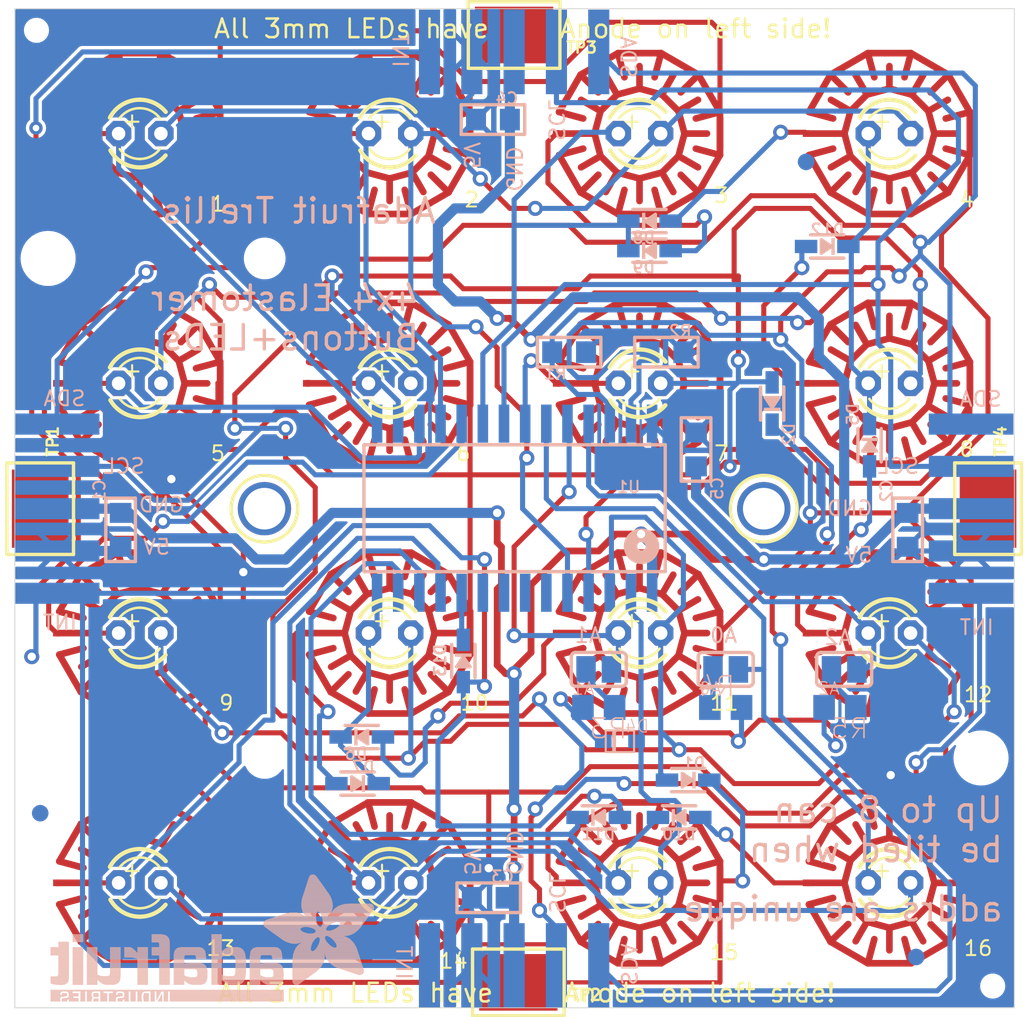
<source format=kicad_pcb>
(kicad_pcb (version 20221018) (generator pcbnew)
  (layers (0 "F.Cu" signal) (31 "B.Cu" signal) (34 "B.Paste" user) (35 "F.Paste" user) (36 "B.SilkS" user "B.Silkscreen") (37 "F.SilkS" user "F.Silkscreen") (38 "B.Mask" user) (39 "F.Mask" user) (44 "Edge.Cuts" user))
  (net 0 "")
  (net 1 "R6")
  (net 2 "R8")
  (net 3 "R9")
  (net 4 "R4")
  (net 5 "R7")
  (net 6 "R5")
  (net 7 "COM0")
  (net 8 "COM1")
  (net 9 "COM2")
  (net 10 "COM3")
  (net 11 "GND")
  (net 12 "VCC")
  (net 13 "INT")
  (net 14 "R3")
  (net 15 "R14")
  (net 16 "R13")
  (net 17 "R12")
  (net 18 "R11")
  (net 19 "R2")
  (net 20 "R1")
  (net 21 "R0")
  (net 22 "R10")
  (net 23 "N$5")
  (net 24 "N$1")
  (net 25 "SCL")
  (net 26 "SDA")
  (net 27 "N$2")
  (net 28 "N$19")
  (net 29 "N$20")
  (net 30 "N$9")
  (net 31 "N$16")
  (net 32 "N$3")
  (net 33 "N$4")
  (net 34 "N$6")
  (net 35 "N$7")
  (net 36 "N$8")
  (net 37 "N$10")
  (net 38 "N$11")
  (net 39 "N$12")
  (footprint "working:MOUNTINGHOLE_2.5_PLATED" (layer "F.Cu") (at 163.4591 105.0316)
    (fp_text reference "U$2" hide)
    (fp_text value "MOUNTINGHOLE2.5" hide)
  )
  (footprint "working:TESTPOINT_SMT" (layer "F.Cu") (at 176.9211 105.0316 90)
    (fp_text reference "TP4")
    (fp_text value "")
  )
  (footprint "working:TESTPOINT_SMT" (layer "F.Cu") (at 148.7271 133.4796)
    (fp_text reference "TP2")
    (fp_text value "")
  )
  (footprint "working:LED3MM-4X4GRID" (layer "F.Cu") (at 148.5011 105.0036 180)
    (fp_text reference "LED1" hide)
    (fp_text value "TBD")
  )
  (footprint "working:MOUNTINGHOLE_2.5_PLATED" (layer "F.Cu") (at 133.4871 105.0316)
    (fp_text reference "U$1" hide)
    (fp_text value "MOUNTINGHOLE2.5" hide)
  )
  (footprint "working:TESTPOINT_SMT" (layer "F.Cu") (at 148.4731 76.5836)
    (fp_text reference "TP3")
    (fp_text value "")
  )
  (footprint "working:ELAST_PAD_SQUARE_10MM_5.4MM_4X4GRID" (layer "F.Cu") (at 148.5011 105.0036 180)
    (fp_text reference "SW1" hide)
    (fp_text value "" hide)
  )
  (footprint "working:TESTPOINT_SMT" (layer "F.Cu") (at 120.0251 105.0316 90)
    (fp_text reference "TP1")
    (fp_text value "")
  )
  (footprint "working:_0805" (layer "B.Cu") (at 159.3951 101.4756 90)
    (fp_text reference "C5")
    (fp_text value "10uF")
  )
  (footprint "working:SOD-323" (layer "B.Cu") (at 156.6011 87.7596)
    (fp_text reference "D8")
    (fp_text value "1N4148")
  )
  (footprint "working:ADAFRUIT_TEXT_20MM" (layer "B.Cu") (at 140.2181 134.6226 180)
    (fp_text reference "U$3" hide)
    (fp_text value "" hide)
  )
  (footprint "working:SOD-323F" (layer "B.Cu") (at 154.8231 119.0016 180)
    (fp_text reference "D4")
    (fp_text value "1N4148")
  )
  (footprint "working:_0805" (layer "B.Cu") (at 151.7751 95.6336)
    (fp_text reference "R1")
    (fp_text value "10K")
  )
  (footprint "working:R0805" (layer "B.Cu") (at 168.0311 116.9696)
    (fp_text reference "R5")
    (fp_text value "47K")
  )
  (footprint "working:SOP28_300MIL" (layer "B.Cu") (at 148.5011 105.0036 180)
    (fp_text reference "U1")
    (fp_text value "HT16K33 28SOP")
  )
  (footprint "working:_0805" (layer "B.Cu") (at 147.2031 81.6636 180)
    (fp_text reference "C4")
    (fp_text value "")
  )
  (footprint "working:SOD-323" (layer "B.Cu") (at 163.9631 98.7156 90)
    (fp_text reference "D2")
    (fp_text value "1N4148")
  )
  (footprint "working:SOD-323" (layer "B.Cu") (at 153.5531 123.5736)
    (fp_text reference "D11")
    (fp_text value "1N4148")
  )
  (footprint "working:SOLDERJUMPER_REFLOW_NOPASTE" (layer "B.Cu") (at 168.2851 114.6836)
    (fp_text reference "A2")
    (fp_text value "")
  )
  (footprint "working:SOLDERJUMPER_REFLOW_NOPASTE" (layer "B.Cu") (at 153.5531 114.6836)
    (fp_text reference "A1")
    (fp_text value "")
  )
  (footprint "working:FIDUCIAL_1MM" (layer "B.Cu") (at 165.9991 84.2036 180)
    (fp_text reference "FID3" hide)
    (fp_text value "FIDUCIAL\"\"" hide)
  )
  (footprint "working:SOD-323" (layer "B.Cu") (at 139.0751 121.5416 180)
    (fp_text reference "D7")
    (fp_text value "1N4148")
  )
  (footprint "working:_0805" (layer "B.Cu") (at 146.9491 128.3996 180)
    (fp_text reference "C3")
    (fp_text value "")
  )
  (footprint "working:_0805" (layer "B.Cu") (at 172.0951 106.3016 -90)
    (fp_text reference "C2")
    (fp_text value "")
  )
  (footprint "working:SOD-323" (layer "B.Cu") (at 145.4251 114.1756 -90)
    (fp_text reference "D13")
    (fp_text value "1N4148")
  )
  (footprint "working:1X5_SMT" (layer "B.Cu") (at 121.0411 105.0316 90)
    (fp_text reference "JP2" hide)
    (fp_text value "" hide)
  )
  (footprint "working:SOD-323" (layer "B.Cu") (at 167.2691 89.2836 180)
    (fp_text reference "D12")
    (fp_text value "1N4148")
  )
  (footprint "working:SOD-323" (layer "B.Cu") (at 139.3291 118.7476)
    (fp_text reference "D6")
    (fp_text value "1N4148")
  )
  (footprint "working:SOLDERJUMPER_REFLOW_NOPASTE" (layer "B.Cu") (at 161.1731 114.6836)
    (fp_text reference "A0")
    (fp_text value "")
  )
  (footprint "working:_0805" (layer "B.Cu") (at 157.6171 95.6336 180)
    (fp_text reference "R2")
    (fp_text value "10K")
  )
  (footprint "working:1X5_SMT" (layer "B.Cu") (at 175.9051 105.0316 90)
    (fp_text reference "JP1" hide)
    (fp_text value "" hide)
  )
  (footprint "working:SOD-323" (layer "B.Cu") (at 156.6011 89.5376)
    (fp_text reference "D9")
    (fp_text value "1N4148")
  )
  (footprint "working:R0805" (layer "B.Cu") (at 153.5531 116.9696)
    (fp_text reference "R3")
    (fp_text value "47K")
  )
  (footprint "working:_0805" (layer "B.Cu") (at 124.8511 106.3016 -90)
    (fp_text reference "C1")
    (fp_text value "")
  )
  (footprint "working:FIDUCIAL_1MM" (layer "B.Cu") (at 172.6031 131.9556 180)
    (fp_text reference "FID1" hide)
    (fp_text value "FIDUCIAL\"\"" hide)
  )
  (footprint "working:1X5_SMT" (layer "B.Cu") (at 148.4731 132.4636)
    (fp_text reference "JP3" hide)
    (fp_text value "" hide)
  )
  (footprint "working:SOD-323" (layer "B.Cu") (at 158.3791 123.5736)
    (fp_text reference "D10")
    (fp_text value "1N4148")
  )
  (footprint "working:1X5_SMT" (layer "B.Cu") (at 148.4731 77.5996)
    (fp_text reference "JP4" hide)
    (fp_text value "" hide)
  )
  (footprint "working:R0805" (layer "B.Cu") (at 161.1731 116.9696 180)
    (fp_text reference "R4")
    (fp_text value "47K")
  )
  (footprint "working:SOD-323" (layer "B.Cu") (at 169.8091 101.2216 -90)
    (fp_text reference "D5")
    (fp_text value "1N4148")
  )
  (footprint "working:SOD-323" (layer "B.Cu") (at 158.9211 121.3316 180)
    (fp_text reference "D1")
    (fp_text value "1N4148")
  )
  (footprint "working:FIDUCIAL_1MM" (layer "B.Cu") (at 120.0251 123.3196 180)
    (fp_text reference "FID2" hide)
    (fp_text value "FIDUCIAL\"\"" hide)
  )
  (gr_line (start 178.5011 75.0036) (end 118.5011 75.0036) (stroke (width 0.05)) (layer "Edge.Cuts"))
  (gr_line (start 118.5011 75.0036) (end 118.5011 135.0036) (stroke (width 0.05)) (layer "Edge.Cuts"))
  (gr_line (start 118.5011 135.0036) (end 178.5011 135.0036) (stroke (width 0.05)) (layer "Edge.Cuts"))
  (gr_line (start 178.5011 135.0036) (end 178.5011 75.0036) (stroke (width 0.05)) (layer "Edge.Cuts"))
  (gr_text "Up to 8 can\nbe tiled when" (at 177.9371 126.3676) (layer "B.SilkS") (effects (font (size 1.475232 1.475232) (thickness 0.201168)) (justify left bottom mirror)))
  (gr_text "SCL" (at 151.5211 80.3936 -90) (layer "B.SilkS") (effects (font (size 0.89408 0.89408) (thickness 0.12192)) (justify right top mirror)))
  (gr_text "5V" (at 146.4411 82.9336 -90) (layer "B.SilkS") (effects (font (size 0.89408 0.89408) (thickness 0.12192)) (justify right top mirror)))
  (gr_text "SDA" (at 155.8391 76.5836 -90) (layer "B.SilkS") (effects (font (size 0.89408 0.89408) (thickness 0.12192)) (justify right top mirror)))
  (gr_text "SCL" (at 126.3751 102.9996) (layer "B.SilkS") (effects (font (size 0.89408 0.89408) (thickness 0.12192)) (justify left bottom mirror)))
  (gr_text "INT" (at 175.1431 111.6356) (layer "B.SilkS") (effects (font (size 0.89408 0.89408) (thickness 0.12192)) (justify right top mirror)))
  (gr_text "5V" (at 170.0631 108.3336) (layer "B.SilkS") (effects (font (size 0.89408 0.89408) (thickness 0.12192)) (justify left bottom mirror)))
  (gr_text "SDA" (at 154.8231 133.7336 -90) (layer "B.SilkS") (effects (font (size 0.89408 0.89408) (thickness 0.12192)) (justify left bottom mirror)))
  (gr_text "A0" (at 161.9351 113.1596) (layer "B.SilkS") (effects (font (size 0.89408 0.89408) (thickness 0.12192)) (justify left bottom mirror)))
  (gr_text "4x4 Elastomer\nButtons+LEDs" (at 142.8851 95.6336) (layer "B.SilkS") (effects (font (size 1.475232 1.475232) (thickness 0.201168)) (justify left bottom mirror)))
  (gr_text "Adafruit Trellis" (at 143.9011 88.0136) (layer "B.SilkS") (effects (font (size 1.475232 1.475232) (thickness 0.201168)) (justify left bottom mirror)))
  (gr_text "INT" (at 141.1071 78.6156 -90) (layer "B.SilkS") (effects (font (size 0.89408 0.89408) (thickness 0.12192)) (justify left bottom mirror)))
  (gr_text "GND" (at 148.9811 83.1876 -90) (layer "B.SilkS") (effects (font (size 0.89408 0.89408) (thickness 0.12192)) (justify right top mirror)))
  (gr_text "GND" (at 147.9651 127.1296 -90) (layer "B.SilkS") (effects (font (size 0.89408 0.89408) (thickness 0.12192)) (justify left bottom mirror)))
  (gr_text "GND" (at 170.0631 105.5396) (layer "B.SilkS") (effects (font (size 0.89408 0.89408) (thickness 0.12192)) (justify left bottom mirror)))
  (gr_text "5V" (at 145.4251 127.1296 -90) (layer "B.SilkS") (effects (font (size 0.89408 0.89408) (thickness 0.12192)) (justify left bottom mirror)))
  (gr_text "SDA" (at 175.1431 97.9196) (layer "B.SilkS") (effects (font (size 0.89408 0.89408) (thickness 0.12192)) (justify right top mirror)))
  (gr_text "SDA" (at 122.8191 98.9356) (layer "B.SilkS") (effects (font (size 0.89408 0.89408) (thickness 0.12192)) (justify left bottom mirror)))
  (gr_text "addrs are unique" (at 177.9371 129.9236) (layer "B.SilkS") (effects (font (size 1.475232 1.475232) (thickness 0.201168)) (justify left bottom mirror)))
  (gr_text "5V" (at 126.1211 106.8096) (layer "B.SilkS") (effects (font (size 0.89408 0.89408) (thickness 0.12192)) (justify right top mirror)))
  (gr_text "SCL" (at 172.8571 102.9996) (layer "B.SilkS") (effects (font (size 0.89408 0.89408) (thickness 0.12192)) (justify left bottom mirror)))
  (gr_text "A1" (at 153.8071 113.1596) (layer "B.SilkS") (effects (font (size 0.89408 0.89408) (thickness 0.12192)) (justify left bottom mirror)))
  (gr_text "INT" (at 122.3111 112.3976) (layer "B.SilkS") (effects (font (size 0.89408 0.89408) (thickness 0.12192)) (justify left bottom mirror)))
  (gr_text "GND" (at 125.8671 104.2696) (layer "B.SilkS") (effects (font (size 0.89408 0.89408) (thickness 0.12192)) (justify right top mirror)))
  (gr_text "A2" (at 168.7931 113.2866) (layer "B.SilkS") (effects (font (size 0.89408 0.89408) (thickness 0.12192)) (justify left bottom mirror)))
  (gr_text "SCL" (at 150.5051 129.4156 -90) (layer "B.SilkS") (effects (font (size 0.89408 0.89408) (thickness 0.12192)) (justify left bottom mirror)))
  (gr_text "INT" (at 142.3771 131.1936 -90) (layer "B.SilkS") (effects (font (size 0.89408 0.89408) (thickness 0.12192)) (justify right top mirror)))
  (gr_text "1" (at 130.1851 87.2516) (layer "F.SilkS") (effects (font (size 0.89408 0.89408) (thickness 0.12192)) (justify left bottom)))
  (gr_text "11" (at 160.1571 117.2236) (layer "F.SilkS") (effects (font (size 0.89408 0.89408) (thickness 0.12192)) (justify left bottom)))
  (gr_text "13" (at 129.9311 131.9556) (layer "F.SilkS") (effects (font (size 0.89408 0.89408) (thickness 0.12192)) (justify left bottom)))
  (gr_text "All 3mm LEDs have     Anode on left side!" (at 148.9811 76.2026) (layer "F.SilkS") (effects (font (size 1.1176 1.1176) (thickness 0.1524))))
  (gr_text "14" (at 143.9011 132.7176) (layer "F.SilkS") (effects (font (size 0.89408 0.89408) (thickness 0.12192)) (justify left bottom)))
  (gr_text "10" (at 145.1711 117.2236) (layer "F.SilkS") (effects (font (size 0.89408 0.89408) (thickness 0.12192)) (justify left bottom)))
  (gr_text "3" (at 160.4111 86.7436) (layer "F.SilkS") (effects (font (size 0.89408 0.89408) (thickness 0.12192)) (justify left bottom)))
  (gr_text "6" (at 144.9171 102.2376) (layer "F.SilkS") (effects (font (size 0.89408 0.89408) (thickness 0.12192)) (justify left bottom)))
  (gr_text "12" (at 175.3971 116.7156) (layer "F.SilkS") (effects (font (size 0.89408 0.89408) (thickness 0.12192)) (justify left bottom)))
  (gr_text "8" (at 175.1431 101.9836) (layer "F.SilkS") (effects (font (size 0.89408 0.89408) (thickness 0.12192)) (justify left bottom)))
  (gr_text "All 3mm LEDs have     Anode on left side!" (at 149.2351 134.1146) (layer "F.SilkS") (effects (font (size 1.1176 1.1176) (thickness 0.1524))))
  (gr_text "2" (at 145.4251 86.9976) (layer "F.SilkS") (effects (font (size 0.89408 0.89408) (thickness 0.12192)) (justify left bottom)))
  (gr_text "5" (at 130.1851 102.2376) (layer "F.SilkS") (effects (font (size 0.89408 0.89408) (thickness 0.12192)) (justify left bottom)))
  (gr_text "9" (at 130.6931 117.2236) (layer "F.SilkS") (effects (font (size 0.89408 0.89408) (thickness 0.12192)) (justify left bottom)))
  (gr_text "15" (at 160.1571 132.2096) (layer "F.SilkS") (effects (font (size 0.89408 0.89408) (thickness 0.12192)) (justify left bottom)))
  (gr_text "7" (at 160.4111 102.2376) (layer "F.SilkS") (effects (font (size 0.89408 0.89408) (thickness 0.12192)) (justify left bottom)))
  (gr_text "16" (at 175.3971 131.9556) (layer "F.SilkS") (effects (font (size 0.89408 0.89408) (thickness 0.12192)) (justify left bottom)))
  (gr_text "4" (at 175.1431 86.9976) (layer "F.SilkS") (effects (font (size 0.89408 0.89408) (thickness 0.12192)) (justify left bottom)))
  (segment (start 120.5331 112.0356) (end 121.0011 112.5036) (width 0.3048) (layer "F.Cu") (net 1))
  (segment (start 121.0011 112.5036) (end 124.7311 112.5036) (width 0.3048) (layer "F.Cu") (net 1))
  (segment (start 126.3751 106.8096) (end 127.3911 105.7936) (width 0.3048) (layer "F.Cu") (net 1))
  (segment (start 123.8351 106.8096) (end 126.3751 106.8096) (width 0.3048) (layer "F.Cu") (net 1))
  (segment (start 120.5331 112.0356) (end 120.5331 110.1116) (width 0.3048) (layer "F.Cu") (net 1))
  (segment (start 120.5331 110.1116) (end 123.8351 106.8096) (width 0.3048) (layer "F.Cu") (net 1))
  (via (at 127.3911 105.7936) (size 0.9064) (drill 0.5) (layers "F.Cu" "B.Cu") (net 1))
  (segment (start 135.7731 102.2376) (end 136.5351 102.9996) (width 0.3048) (layer "B.Cu") (net 1))
  (segment (start 132.4711 102.2376) (end 135.7731 102.2376) (width 0.3048) (layer "B.Cu") (net 1))
  (segment (start 132.4711 102.2376) (end 128.9151 105.7936) (width 0.3048) (layer "B.Cu") (net 1))
  (segment (start 128.9151 105.7936) (end 127.3911 105.7936) (width 0.3048) (layer "B.Cu") (net 1))
  (segment (start 145.3261 99.9236) (end 145.3261 101.0666) (width 0.3048) (layer "B.Cu") (net 1))
  (segment (start 124.5971 112.3696) (end 124.7311 112.5036) (width 0.3048) (layer "B.Cu") (net 1))
  (segment (start 145.3261 101.0666) (end 143.3931 102.9996) (width 0.3048) (layer "B.Cu") (net 1))
  (segment (start 136.5351 102.9996) (end 143.3931 102.9996) (width 0.3048) (layer "B.Cu") (net 1))
  (segment (start 121.0011 97.5036) (end 124.7311 97.5036) (width 0.3048) (layer "F.Cu") (net 2))
  (segment (start 142.7861 99.9236) (end 142.7861 101.8286) (width 0.3048) (layer "B.Cu") (net 2))
  (segment (start 139.3291 101.9836) (end 136.2811 98.9356) (width 0.3048) (layer "B.Cu") (net 2))
  (segment (start 126.1631 98.9356) (end 124.7311 97.5036) (width 0.3048) (layer "B.Cu") (net 2))
  (segment (start 142.7861 101.8286) (end 142.6311 101.9836) (width 0.3048) (layer "B.Cu") (net 2))
  (segment (start 142.7861 99.9236) (end 142.7861 101.5746) (width 0.3048) (layer "B.Cu") (net 2))
  (segment (start 136.2811 98.9356) (end 126.1631 98.9356) (width 0.3048) (layer "B.Cu") (net 2))
  (segment (start 142.6311 101.9836) (end 139.3291 101.9836) (width 0.3048) (layer "B.Cu") (net 2))
  (segment (start 136.0011 97.5036) (end 139.7311 97.5036) (width 0.3048) (layer "F.Cu") (net 3))
  (segment (start 140.3451 97.4116) (end 139.8231 97.4116) (width 0.3048) (layer "B.Cu") (net 3))
  (segment (start 139.8231 97.4116) (end 139.7311 97.5036) (width 0.3048) (layer "B.Cu") (net 3))
  (segment (start 141.5161 99.9236) (end 141.5161 98.5826) (width 0.3048) (layer "B.Cu") (net 3))
  (segment (start 141.5161 98.5826) (end 140.3451 97.4116) (width 0.3048) (layer "B.Cu") (net 3))
  (segment (start 169.7311 88.0916) (end 168.5391 89.2836) (width 0.3048) (layer "B.Cu") (net 4))
  (segment (start 168.7151 96.4876) (end 169.7311 97.5036) (width 0.3048) (layer "B.Cu") (net 4))
  (segment (start 147.8661 95.2246) (end 151.5211 91.5696) (width 0.3048) (layer "B.Cu") (net 4))
  (segment (start 169.8091 97.5816) (end 169.7311 97.5036) (width 0.3048) (layer "B.Cu") (net 4))
  (segment (start 147.8661 99.9236) (end 147.8661 95.2246) (width 0.3048) (layer "B.Cu") (net 4))
  (segment (start 169.8091 99.9516) (end 169.8091 97.5816) (width 0.3048) (layer "B.Cu") (net 4))
  (segment (start 168.7151 89.4596) (end 168.7151 91.5696) (width 0.3048) (layer "B.Cu") (net 4))
  (segment (start 168.7151 89.4596) (end 168.5391 89.2836) (width 0.3048) (layer "B.Cu") (net 4))
  (segment (start 168.7151 91.5696) (end 168.7151 96.4876) (width 0.3048) (layer "B.Cu") (net 4))
  (segment (start 151.5211 91.5696) (end 168.7151 91.5696) (width 0.3048) (layer "B.Cu") (net 4))
  (segment (start 169.7311 82.5036) (end 169.7311 88.0916) (width 0.3048) (layer "B.Cu") (net 4))
  (segment (start 136.0011 82.5036) (end 139.7311 82.5036) (width 0.3048) (layer "F.Cu") (net 5))
  (segment (start 139.5831 82.6516) (end 139.7311 82.5036) (width 0.3048) (layer "B.Cu") (net 5))
  (segment (start 139.5831 91.5696) (end 139.5831 82.6516) (width 0.3048) (layer "B.Cu") (net 5))
  (segment (start 144.0561 99.9236) (end 144.0561 96.0426) (width 0.3048) (layer "B.Cu") (net 5))
  (segment (start 144.0561 96.0426) (end 139.5831 91.5696) (width 0.3048) (layer "B.Cu") (net 5))
  (segment (start 148.4731 88.0136) (end 148.4731 86.4756) (width 0.3048) (layer "B.Cu") (net 6))
  (segment (start 154.6531 82.4256) (end 154.7311 82.5036) (width 0.3048) (layer "B.Cu") (net 6))
  (segment (start 155.3311 87.7596) (end 155.3311 88.0136) (width 0.3048) (layer "B.Cu") (net 6))
  (segment (start 148.4731 88.0136) (end 155.3311 88.0136) (width 0.3048) (layer "B.Cu") (net 6))
  (segment (start 148.4731 86.4756) (end 152.5231 82.4256) (width 0.3048) (layer "B.Cu") (net 6))
  (segment (start 148.4731 93.8556) (end 148.4731 88.0136) (width 0.3048) (layer "B.Cu") (net 6))
  (segment (start 155.3311 88.0136) (end 155.3311 89.5376) (width 0.3048) (layer "B.Cu") (net 6))
  (segment (start 146.5961 95.7326) (end 148.4731 93.8556) (width 0.3048) (layer "B.Cu") (net 6))
  (segment (start 152.5231 82.4256) (end 154.6531 82.4256) (width 0.3048) (layer "B.Cu") (net 6))
  (segment (start 146.5961 99.9236) (end 146.5961 95.7326) (width 0.3048) (layer "B.Cu") (net 6))
  (segment (start 155.4861 111.2826) (end 155.4861 110.0836) (width 0.3048) (layer "B.Cu") (net 7))
  (segment (start 127.5111 127.5036) (end 127.2711 127.5036) (width 0.3048) (layer "B.Cu") (net 7))
  (segment (start 157.2711 127.5036) (end 157.2711 129.1616) (width 0.3048) (layer "B.Cu") (net 7))
  (segment (start 172.2711 127.5036) (end 172.2711 129.1616) (width 0.3048) (layer "B.Cu") (net 7))
  (segment (start 158.3791 124.3356) (end 157.2711 125.4436) (width 0.3048) (layer "B.Cu") (net 7))
  (segment (start 158.1251 122.5576) (end 158.3791 122.8116) (width 0.3048) (layer "B.Cu") (net 7))
  (segment (start 157.2711 125.4436) (end 157.2711 127.5036) (width 0.3048) (layer "B.Cu") (net 7))
  (segment (start 150.8861 125.6056) (end 154.1881 128.9076) (width 0.3048) (layer "B.Cu") (net 7))
  (segment (start 156.0931 119.0016) (end 155.8231 119.0016) (width 0.3048) (layer "B.Cu") (net 7))
  (segment (start 156.8551 129.1616) (end 157.2711 129.1616) (width 0.3048) (layer "B.Cu") (net 7))
  (segment (start 155.4861 111.2826) (end 156.0931 111.8896) (width 0.3048) (layer "B.Cu") (net 7))
  (segment (start 154.1881 128.9076) (end 156.6011 128.9076) (width 0.3048) (layer "B.Cu") (net 7))
  (segment (start 140.1051 129.6696) (end 129.6771 129.6696) (width 0.3048) (layer "B.Cu") (net 7))
  (segment (start 156.6011 128.9076) (end 156.8551 129.1616) (width 0.3048) (layer "B.Cu") (net 7))
  (segment (start 156.0931 111.8896) (end 156.0931 119.0016) (width 0.3048) (layer "B.Cu") (net 7))
  (segment (start 156.6431 122.5576) (end 158.1251 122.5576) (width 0.3048) (layer "B.Cu") (net 7))
  (segment (start 156.0931 122.0076) (end 156.6431 122.5576) (width 0.3048) (layer "B.Cu") (net 7))
  (segment (start 142.2711 127.5036) (end 144.1691 125.6056) (width 0.3048) (layer "B.Cu") (net 7))
  (segment (start 156.0931 122.0076) (end 156.0931 119.0016) (width 0.3048) (layer "B.Cu") (net 7))
  (segment (start 142.2711 127.5036) (end 140.1051 129.6696) (width 0.3048) (layer "B.Cu") (net 7))
  (segment (start 172.2711 129.1616) (end 157.2711 129.1616) (width 0.3048) (layer "B.Cu") (net 7))
  (segment (start 158.3791 122.8116) (end 158.3791 124.3356) (width 0.3048) (layer "B.Cu") (net 7))
  (segment (start 129.6771 129.6696) (end 127.5111 127.5036) (width 0.3048) (layer "B.Cu") (net 7))
  (segment (start 144.1691 125.6056) (end 150.8861 125.6056) (width 0.3048) (layer "B.Cu") (net 7))
  (segment (start 143.1391 119.0016) (end 144.6631 119.0016) (width 0.3048) (layer "F.Cu") (net 8))
  (segment (start 134.5031 118.4936) (end 136.0271 120.0176) (width 0.3048) (layer "F.Cu") (net 8))
  (segment (start 130.9471 118.4936) (end 134.5031 118.4936) (width 0.3048) (layer "F.Cu") (net 8))
  (segment (start 152.7911 119.5096) (end 158.3791 119.5096) (width 0.3048) (layer "F.Cu") (net 8))
  (segment (start 161.6811 121.5416) (end 159.6491 119.5096) (width 0.3048) (layer "F.Cu") (net 8))
  (segment (start 151.2671 117.9856) (end 152.7911 119.5096) (width 0.3048) (layer "F.Cu") (net 8))
  (segment (start 136.0271 120.0176) (end 142.1231 120.0176) (width 0.3048) (layer "F.Cu") (net 8))
  (segment (start 169.0471 119.2556) (end 166.7611 121.5416) (width 0.3048) (layer "F.Cu") (net 8))
  (segment (start 145.6791 117.9856) (end 151.2671 117.9856) (width 0.3048) (layer "F.Cu") (net 8))
  (segment (start 174.8891 117.2236) (end 172.8571 119.2556) (width 0.3048) (layer "F.Cu") (net 8))
  (segment (start 142.1231 120.0176) (end 143.1391 119.0016) (width 0.3048) (layer "F.Cu") (net 8))
  (segment (start 159.6491 119.5096) (end 158.3791 119.5096) (width 0.3048) (layer "F.Cu") (net 8))
  (segment (start 144.6631 119.0016) (end 145.6791 117.9856) (width 0.3048) (layer "F.Cu") (net 8))
  (segment (start 172.8571 119.2556) (end 169.0471 119.2556) (width 0.3048) (layer "F.Cu") (net 8))
  (segment (start 166.7611 121.5416) (end 161.6811 121.5416) (width 0.3048) (layer "F.Cu") (net 8))
  (via (at 158.3791 119.5096) (size 0.9064) (drill 0.5) (layers "F.Cu" "B.Cu") (net 8))
  (via (at 130.9471 118.4936) (size 0.9064) (drill 0.5) (layers "F.Cu" "B.Cu") (net 8))
  (via (at 174.8891 117.2236) (size 0.9064) (drill 0.5) (layers "F.Cu" "B.Cu") (net 8))
  (via (at 142.1231 120.0176) (size 0.9064) (drill 0.5) (layers "F.Cu" "B.Cu") (net 8))
  (segment (start 130.9471 118.4796) (end 130.9471 118.4936) (width 0.3048) (layer "B.Cu") (net 8))
  (segment (start 127.2711 114.8036) (end 130.9471 118.4796) (width 0.3048) (layer "B.Cu") (net 8))
  (segment (start 154.3151 105.5396) (end 154.3151 109.9846) (width 0.3048) (layer "B.Cu") (net 8))
  (segment (start 158.6331 107.8256) (end 156.3471 105.5396) (width 0.3048) (layer "B.Cu") (net 8))
  (segment (start 157.2711 112.2356) (end 158.6331 110.8736) (width 0.3048) (layer "B.Cu") (net 8))
  (segment (start 157.6511 121.3316) (end 157.2711 120.9516) (width 0.3048) (layer "B.Cu") (net 8))
  (segment (start 157.2711 120.9516) (end 157.2711 118.4016) (width 0.3048) (layer "B.Cu") (net 8))
  (segment (start 154.3151 109.9846) (end 154.2161 110.0836) (width 0.3048) (layer "B.Cu") (net 8))
  (segment (start 158.6331 110.8736) (end 158.6331 107.8256) (width 0.3048) (layer "B.Cu") (net 8))
  (segment (start 174.8891 117.2236) (end 174.8891 115.1216) (width 0.3048) (layer "B.Cu") (net 8))
  (segment (start 157.2711 118.4016) (end 158.3791 119.5096) (width 0.3048) (layer "B.Cu") (net 8))
  (segment (start 127.2711 112.5036) (end 127.2711 114.8036) (width 0.3048) (layer "B.Cu") (net 8))
  (segment (start 174.8891 115.1216) (end 172.2711 112.5036) (width 0.3048) (layer "B.Cu") (net 8))
  (segment (start 156.3471 105.5396) (end 154.3151 105.5396) (width 0.3048) (layer "B.Cu") (net 8))
  (segment (start 142.2711 112.5036) (end 142.2711 119.8696) (width 0.3048) (layer "B.Cu") (net 8))
  (segment (start 142.2711 119.8696) (end 142.1231 120.0176) (width 0.3048) (layer "B.Cu") (net 8))
  (segment (start 157.2711 112.5036) (end 157.2711 112.2356) (width 0.3048) (layer "B.Cu") (net 8))
  (segment (start 157.2711 112.5036) (end 157.2711 118.4016) (width 0.3048) (layer "B.Cu") (net 8))
  (segment (start 161.9351 91.0616) (end 161.6811 91.3156) (width 0.3048) (layer "F.Cu") (net 9))
  (segment (start 152.7911 106.5556) (end 152.7911 105.5396) (width 0.3048) (layer "F.Cu") (net 9))
  (segment (start 154.5691 103.7616) (end 159.6491 103.7616) (width 0.3048) (layer "F.Cu") (net 9))
  (segment (start 161.9351 96.1416) (end 161.9351 91.0616) (width 0.3048) (layer "F.Cu") (net 9))
  (segment (start 165.4911 102.2376) (end 167.5231 104.2696) (width 0.3048) (layer "F.Cu") (net 9))
  (segment (start 137.5511 91.0616) (end 144.6631 91.0616) (width 0.3048) (layer "F.Cu") (net 9))
  (segment (start 159.6491 103.7616) (end 161.1731 102.2376) (width 0.3048) (layer "F.Cu") (net 9))
  (segment (start 161.4271 102.4916) (end 161.4271 102.2376) (width 0.3048) (layer "F.Cu") (net 9))
  (segment (start 172.8571 90.8076) (end 172.8571 91.5696) (width 0.3048) (layer "F.Cu") (net 9))
  (segment (start 170.8251 88.7756) (end 172.8571 90.8076) (width 0.3048) (layer "F.Cu") (net 9))
  (segment (start 161.1731 102.2376) (end 161.4271 102.2376) (width 0.3048) (layer "F.Cu") (net 9))
  (segment (start 136.2811 92.3316) (end 137.5511 91.0616) (width 0.3048) (layer "F.Cu") (net 9))
  (segment (start 130.1851 91.5696) (end 130.9471 92.3316) (width 0.3048) (layer "F.Cu") (net 9))
  (segment (start 144.6631 91.0616) (end 145.4251 91.8236) (width 0.3048) (layer "F.Cu") (net 9))
  (segment (start 161.4271 102.2376) (end 165.4911 102.2376) (width 0.3048) (layer "F.Cu") (net 9))
  (segment (start 166.2531 86.9976) (end 168.0311 88.7756) (width 0.3048) (layer "F.Cu") (net 9))
  (segment (start 162.9511 86.9976) (end 166.2531 86.9976) (width 0.3048) (layer "F.Cu") (net 9))
  (segment (start 153.0451 91.0616) (end 161.9351 91.0616) (width 0.3048) (layer "F.Cu") (net 9))
  (segment (start 152.2831 91.8236) (end 153.0451 91.0616) (width 0.3048) (layer "F.Cu") (net 9))
  (segment (start 161.6811 91.3156) (end 161.6811 88.2676) (width 0.3048) (layer "F.Cu") (net 9))
  (segment (start 168.0311 88.7756) (end 170.8251 88.7756) (width 0.3048) (layer "F.Cu") (net 9))
  (segment (start 130.9471 92.3316) (end 136.2811 92.3316) (width 0.3048) (layer "F.Cu") (net 9))
  (segment (start 145.4251 91.8236) (end 152.2831 91.8236) (width 0.3048) (layer "F.Cu") (net 9))
  (segment (start 152.7911 105.5396) (end 154.5691 103.7616) (width 0.3048) (layer "F.Cu") (net 9))
  (segment (start 161.6811 88.2676) (end 162.9511 86.9976) (width 0.3048) (layer "F.Cu") (net 9))
  (via (at 161.9351 96.1416) (size 0.9064) (drill 0.5) (layers "F.Cu" "B.Cu") (net 9))
  (via (at 161.4271 102.4916) (size 0.8001) (drill 0.3937) (layers "F.Cu" "B.Cu") (net 9))
  (via (at 130.1851 91.5696) (size 0.9064) (drill 0.5) (layers "F.Cu" "B.Cu") (net 9))
  (via (at 137.5511 91.0616) (size 0.9064) (drill 0.5) (layers "F.Cu" "B.Cu") (net 9))
  (via (at 152.7911 106.5556) (size 0.9064) (drill 0.5) (layers "F.Cu" "B.Cu") (net 9))
  (via (at 172.8571 91.5696) (size 0.9064) (drill 0.5) (layers "F.Cu" "B.Cu") (net 9))
  (segment (start 161.8431 97.5036) (end 161.4271 97.9196) (width 0.3048) (layer "B.Cu") (net 9))
  (segment (start 152.9461 110.0836) (end 152.9461 106.7106) (width 0.3048) (layer "B.Cu") (net 9))
  (segment (start 152.9461 106.7106) (end 152.7911 106.5556) (width 0.3048) (layer "B.Cu") (net 9))
  (segment (start 142.2711 97.0516) (end 142.2711 97.5036) (width 0.3048) (layer "B.Cu") (net 9))
  (segment (start 172.8571 91.5696) (end 172.8571 96.9176) (width 0.3048) (layer "B.Cu") (net 9))
  (segment (start 163.9291 97.4116) (end 161.9351 97.4116) (width 0.3048) (layer "B.Cu") (net 9))
  (segment (start 137.5511 92.3316) (end 142.2711 97.0516) (width 0.3048) (layer "B.Cu") (net 9))
  (segment (start 127.2711 94.4836) (end 130.1851 91.5696) (width 0.3048) (layer "B.Cu") (net 9))
  (segment (start 161.9351 97.4116) (end 161.9351 96.1416) (width 0.3048) (layer "B.Cu") (net 9))
  (segment (start 127.2711 97.5036) (end 127.2711 94.4836) (width 0.3048) (layer "B.Cu") (net 9))
  (segment (start 157.2711 97.5036) (end 161.8431 97.5036) (width 0.3048) (layer "B.Cu") (net 9))
  (segment (start 163.9631 97.4456) (end 163.9291 97.4116) (width 0.3048) (layer "B.Cu") (net 9))
  (segment (start 137.5511 91.0616) (end 137.5511 92.3316) (width 0.3048) (layer "B.Cu") (net 9))
  (segment (start 161.8431 97.5036) (end 161.9351 97.4116) (width 0.3048) (layer "B.Cu") (net 9))
  (segment (start 172.8571 96.9176) (end 172.2711 97.5036) (width 0.3048) (layer "B.Cu") (net 9))
  (segment (start 161.4271 97.9196) (end 161.4271 102.4916) (width 0.3048) (layer "B.Cu") (net 9))
  (segment (start 147.4571 97.6656) (end 147.4571 95.3796) (width 0.3048) (layer "F.Cu") (net 10))
  (segment (start 146.4411 85.2196) (end 148.2191 86.9976) (width 0.3048) (layer "F.Cu") (net 10))
  (segment (start 147.4571 95.3796) (end 146.1871 94.1096) (width 0.3048) (layer "F.Cu") (net 10))
  (segment (start 149.2351 99.4436) (end 147.4571 97.6656) (width 0.3048) (layer "F.Cu") (net 10))
  (segment (start 149.2351 101.9836) (end 149.2351 99.4436) (width 0.3048) (layer "F.Cu") (net 10))
  (segment (start 148.2191 86.9976) (end 149.7431 86.9976) (width 0.3048) (layer "F.Cu") (net 10))
  (via (at 146.1871 94.1096) (size 0.9064) (drill 0.5) (layers "F.Cu" "B.Cu") (net 10))
  (via (at 149.2351 101.9836) (size 0.9064) (drill 0.5) (layers "F.Cu" "B.Cu") (net 10))
  (via (at 146.4411 85.2196) (size 0.9064) (drill 0.5) (layers "F.Cu" "B.Cu") (net 10))
  (via (at 149.7431 86.9976) (size 0.9064) (drill 0.5) (layers "F.Cu" "B.Cu") (net 10))
  (segment (start 127.1371 82.5036) (end 127.2711 82.5036) (width 0.3048) (layer "B.Cu") (net 10))
  (segment (start 148.9811 102.2376) (end 149.2351 101.9836) (width 0.3048) (layer "B.Cu") (net 10))
  (segment (start 151.6761 107.7266) (end 148.9811 105.0316) (width 0.3048) (layer "B.Cu") (net 10))
  (segment (start 172.2711 82.0936) (end 172.2711 82.5036) (width 0.3048) (layer "B.Cu") (net 10))
  (segment (start 143.7251 82.5036) (end 142.2711 82.5036) (width 0.3048) (layer "B.Cu") (net 10))
  (segment (start 142.2711 91.9716) (end 142.2711 82.5036) (width 0.3048) (layer "B.Cu") (net 10))
  (segment (start 148.9811 105.0316) (end 148.9811 102.2376) (width 0.3048) (layer "B.Cu") (net 10))
  (segment (start 149.7431 86.9976) (end 152.7771 86.9976) (width 0.3048) (layer "B.Cu") (net 10))
  (segment (start 142.2711 81.8116) (end 142.2711 82.5036) (width 0.3048) (layer "B.Cu") (net 10))
  (segment (start 146.4411 85.2196) (end 143.7251 82.5036) (width 0.3048) (layer "B.Cu") (net 10))
  (segment (start 151.6761 110.0836) (end 151.6761 107.7266) (width 0.3048) (layer "B.Cu") (net 10))
  (segment (start 152.7771 86.9976) (end 157.2711 82.5036) (width 0.3048) (layer "B.Cu") (net 10))
  (segment (start 144.4091 94.1096) (end 142.2711 91.9716) (width 0.3048) (layer "B.Cu") (net 10))
  (segment (start 146.1871 94.1096) (end 144.4091 94.1096) (width 0.3048) (layer "B.Cu") (net 10))
  (segment (start 127.1371 82.5036) (end 128.4851 81.1556) (width 0.3048) (layer "B.Cu") (net 10))
  (segment (start 171.3331 81.1556) (end 172.2711 82.0936) (width 0.3048) (layer "B.Cu") (net 10))
  (segment (start 128.4851 81.1556) (end 141.6151 81.1556) (width 0.3048) (layer "B.Cu") (net 10))
  (segment (start 158.6191 81.1556) (end 171.3331 81.1556) (width 0.3048) (layer "B.Cu") (net 10))
  (segment (start 141.6151 81.1556) (end 142.2711 81.8116) (width 0.3048) (layer "B.Cu") (net 10))
  (segment (start 157.2711 82.5036) (end 158.6191 81.1556) (width 0.3048) (layer "B.Cu") (net 10))
  (segment (start 149.4891 94.8716) (end 148.2191 93.6016) (width 0.4064) (layer "F.Cu") (net 11))
  (segment (start 147.4571 114.4296) (end 147.4571 109.8576) (width 0.4064) (layer "F.Cu") (net 11))
  (segment (start 148.4731 114.6836) (end 148.4731 114.9376) (width 0.4064) (layer "F.Cu") (net 11))
  (segment (start 160.4111 108.0796) (end 158.8871 106.5556) (width 0.4064) (layer "F.Cu") (net 11))
  (segment (start 154.5691 106.5556) (end 153.5531 107.5716) (width 0.4064) (layer "F.Cu") (net 11))
  (segment (start 147.7111 109.6036) (end 147.7111 107.3176) (width 0.4064) (layer "F.Cu") (net 11))
  (segment (start 156.0931 106.5556) (end 154.5691 106.5556) (width 0.4064) (layer "F.Cu") (net 11))
  (segment (start 149.4891 109.6036) (end 149.4891 113.6676) (width 0.4064) (layer "F.Cu") (net 11))
  (segment (start 148.2191 93.6016) (end 147.4571 93.6016) (width 0.4064) (layer "F.Cu") (net 11))
  (segment (start 149.4891 113.6676) (end 148.4731 114.6836) (width 0.4064) (layer "F.Cu") (net 11))
  (segment (start 147.7111 107.3176) (end 147.4571 107.0636) (width 0.4064) (layer "F.Cu") (net 11))
  (segment (start 147.9651 114.9376) (end 148.4731 114.9376) (width 0.4064) (layer "F.Cu") (net 11))
  (segment (start 147.4571 107.0636) (end 147.4571 105.2856) (width 0.4064) (layer "F.Cu") (net 11))
  (segment (start 147.4571 109.8576) (end 147.7111 109.6036) (width 0.4064) (layer "F.Cu") (net 11))
  (segment (start 147.4571 114.4296) (end 147.9651 114.9376) (width 0.4064) (layer "F.Cu") (net 11))
  (segment (start 163.4591 108.0796) (end 160.4111 108.0796) (width 0.4064) (layer "F.Cu") (net 11))
  (segment (start 153.5531 107.5716) (end 151.5211 107.5716) (width 0.4064) (layer "F.Cu") (net 11))
  (segment (start 151.5211 107.5716) (end 149.4891 109.6036) (width 0.4064) (layer "F.Cu") (net 11))
  (segment (start 158.8871 106.5556) (end 156.0931 106.5556) (width 0.4064) (layer "F.Cu") (net 11))
  (segment (start 148.4731 126.6216) (end 148.4731 123.0656) (width 0.4064) (layer "F.Cu") (net 11))
  (via (at 149.4891 94.8716) (size 0.9064) (drill 0.5) (layers "F.Cu" "B.Cu") (net 11))
  (via (at 148.4731 123.0656) (size 0.9064) (drill 0.5) (layers "F.Cu" "B.Cu") (net 11))
  (via (at 147.4571 93.6016) (size 0.9064) (drill 0.5) (layers "F.Cu" "B.Cu") (net 11))
  (via (at 147.4571 105.2856) (size 0.9064) (drill 0.5) (layers "F.Cu" "B.Cu") (net 11))
  (via (at 148.4731 114.9376) (size 0.9064) (drill 0.5) (layers "F.Cu" "B.Cu") (net 11))
  (via (at 156.0931 106.5556) (size 0.9064) (drill 0.5) (layers "F.Cu" "B.Cu") (net 11))
  (via (at 163.4591 108.0796) (size 0.9064) (drill 0.5) (layers "F.Cu" "B.Cu") (net 11))
  (via (at 148.4731 126.6216) (size 0.9064) (drill 0.5) (layers "F.Cu" "B.Cu") (net 11))
  (segment (start 148.2191 77.8536) (end 148.4731 77.5996) (width 0.3048) (layer "B.Cu") (net 11))
  (segment (start 166.7611 93.6016) (end 165.4911 92.3316) (width 0.6096) (layer "B.Cu") (net 11))
  (segment (start 146.4411 92.5856) (end 147.4571 93.6016) (width 0.6096) (layer "B.Cu") (net 11))
  (segment (start 168.0311 108.0796) (end 168.0311 107.5716) (width 0.4064) (layer "B.Cu") (net 11))
  (segment (start 143.9011 88.0136) (end 143.9011 91.5696) (width 0.6096) (layer "B.Cu") (net 11))
  (segment (start 143.9011 91.5696) (end 144.9171 92.5856) (width 0.6096) (layer "B.Cu") (net 11))
  (segment (start 144.9171 92.5856) (end 146.4411 92.5856) (width 0.6096) (layer "B.Cu") (net 11))
  (segment (start 148.4731 128.1456) (end 148.4731 126.6216) (width 0.6096) (layer "B.Cu") (net 11))
  (segment (start 169.0471 108.0796) (end 168.0311 108.0796) (width 0.6096) (layer "B.Cu") (net 11))
  (segment (start 148.2191 85.2196) (end 146.4411 86.9976) (width 0.6096) (layer "B.Cu") (net 11))
  (segment (start 147.9651 128.3996) (end 148.2191 128.3996) (width 0.6096) (layer "B.Cu") (net 11))
  (segment (start 168.0311 107.5716) (end 168.2851 107.3176) (width 0.6096) (layer "B.Cu") (net 11))
  (segment (start 137.5511 105.2856) (end 147.4571 105.2856) (width 0.6096) (layer "B.Cu") (net 11))
  (segment (start 148.2191 128.3996) (end 148.4731 128.1456) (width 0.6096) (layer "B.Cu") (net 11))
  (segment (start 159.3951 104.2696) (end 163.2051 108.0796) (width 0.6096) (layer "B.Cu") (net 11))
  (segment (start 166.7611 95.8876) (end 166.7611 93.6016) (width 0.6096) (layer "B.Cu") (net 11))
  (segment (start 168.0311 108.0796) (end 163.4591 108.0796) (width 0.6096) (layer "B.Cu") (net 11))
  (segment (start 124.8511 105.0316) (end 125.1051 105.0316) (width 0.3048) (layer "B.Cu") (net 11))
  (segment (start 159.3951 102.4916) (end 159.3951 104.2696) (width 0.6096) (layer "B.Cu") (net 11))
  (segment (start 134.7571 108.0796) (end 137.5511 105.2856) (width 0.6096) (layer "B.Cu") (net 11))
  (segment (start 144.9171 86.9976) (end 143.9011 88.0136) (width 0.6096) (layer "B.Cu") (net 11))
  (segment (start 124.8511 105.2856) (end 124.8511 105.0316) (width 0.6096) (layer "B.Cu") (net 11))
  (segment (start 156.7561 107.2186) (end 156.7561 110.0836) (width 0.6096) (layer "B.Cu") (net 11))
  (segment (start 148.2191 77.8536) (end 148.2191 81.6636) (width 0.6096) (layer "B.Cu") (net 11))
  (segment (start 172.3491 105.0316) (end 172.0951 105.2856) (width 0.6096) (layer "B.Cu") (net 11))
  (segment (start 125.1051 105.0316) (end 126.8831 106.8096) (width 0.6096) (layer "B.Cu") (net 11))
  (segment (start 126.8831 106.8096) (end 131.7091 106.8096) (width 0.6096) (layer "B.Cu") (net 11))
  (segment (start 148.4731 123.0656) (end 148.4731 114.9376) (width 0.6096) (layer "B.Cu") (net 11))
  (segment (start 163.2051 108.0796) (end 163.4591 108.0796) (width 0.6096) (layer "B.Cu") (net 11))
  (segment (start 152.0291 92.3316) (end 149.4891 94.8716) (width 0.6096) (layer "B.Cu") (net 11))
  (segment (start 165.4911 92.3316) (end 152.0291 92.3316) (width 0.6096) (layer "B.Cu") (net 11))
  (segment (start 168.2851 107.3176) (end 168.2851 97.4116) (width 0.6096) (layer "B.Cu") (net 11))
  (segment (start 132.9791 108.0796) (end 134.7571 108.0796) (width 0.6096) (layer "B.Cu") (net 11))
  (segment (start 148.4731 132.4636) (end 148.4731 128.1456) (width 0.6096) (layer "B.Cu") (net 11))
  (segment (start 172.0951 105.0316) (end 172.3491 105.0316) (width 0.6096) (layer "B.Cu") (net 11))
  (segment (start 168.2851 97.4116) (end 166.7611 95.8876) (width 0.6096) (layer "B.Cu") (net 11))
  (segment (start 156.0931 106.5556) (end 156.7561 107.2186) (width 0.6096) (layer "B.Cu") (net 11))
  (segment (start 131.7091 106.8096) (end 132.9791 108.0796) (width 0.6096) (layer "B.Cu") (net 11))
  (segment (start 121.0411 105.0316) (end 124.8511 105.0316) (width 0.6096) (layer "B.Cu") (net 11))
  (segment (start 172.0951 105.0316) (end 169.0471 108.0796) (width 0.6096) (layer "B.Cu") (net 11))
  (segment (start 175.9051 105.0316) (end 172.3491 105.0316) (width 0.6096) (layer "B.Cu") (net 11))
  (segment (start 146.4411 86.9976) (end 144.9171 86.9976) (width 0.6096) (layer "B.Cu") (net 11))
  (segment (start 148.2191 85.2196) (end 148.2191 81.6636) (width 0.6096) (layer "B.Cu") (net 11))
  (segment (start 127.8991 103.2536) (end 132.2171 107.5716) (width 0.3048) (layer "F.Cu") (net 12))
  (segment (start 142.8851 121.7956) (end 143.1391 122.0496) (width 0.3048) (layer "F.Cu") (net 12))
  (segment (start 132.2171 115.1916) (end 129.9311 117.4776) (width 0.3048) (layer "F.Cu") (net 12))
  (segment (start 146.9491 126.6216) (end 146.9491 122.0496) (width 0.3048) (layer "F.Cu") (net 12))
  (segment (start 131.9631 121.7956) (end 142.8851 121.7956) (width 0.3048) (layer "F.Cu") (net 12))
  (segment (start 132.2171 107.5716) (end 132.2171 108.8416) (width 0.3048) (layer "F.Cu") (net 12))
  (segment (start 132.2171 108.8416) (end 132.2171 115.1916) (width 0.3048) (layer "F.Cu") (net 12))
  (segment (start 153.0451 120.5256) (end 159.6491 120.5256) (width 0.3048) (layer "F.Cu") (net 12))
  (segment (start 146.9491 122.0496) (end 151.5211 122.0496) (width 0.3048) (layer "F.Cu") (net 12))
  (segment (start 159.6491 120.5256) (end 162.4431 123.3196) (width 0.3048) (layer "F.Cu") (net 12))
  (segment (start 162.4431 123.3196) (end 165.9991 123.3196) (width 0.3048) (layer "F.Cu") (net 12))
  (segment (start 129.9311 119.7636) (end 131.9631 121.7956) (width 0.3048) (layer "F.Cu") (net 12))
  (segment (start 129.9311 117.4776) (end 129.9311 119.7636) (width 0.3048) (layer "F.Cu") (net 12))
  (segment (start 151.5211 122.0496) (end 153.0451 120.5256) (width 0.3048) (layer "F.Cu") (net 12))
  (segment (start 165.9991 123.3196) (end 168.2851 121.0336) (width 0.3048) (layer "F.Cu") (net 12))
  (segment (start 143.1391 122.0496) (end 146.9491 122.0496) (width 0.3048) (layer "F.Cu") (net 12))
  (segment (start 168.2851 121.0336) (end 171.0791 121.0336) (width 0.3048) (layer "F.Cu") (net 12))
  (via (at 132.2171 108.8416) (size 0.9064) (drill 0.5) (layers "F.Cu" "B.Cu") (net 12))
  (via (at 146.9491 126.6216) (size 0.9064) (drill 0.5) (layers "F.Cu" "B.Cu") (net 12))
  (via (at 127.8991 103.2536) (size 0.9064) (drill 0.5) (layers "F.Cu" "B.Cu") (net 12))
  (via (at 171.0791 121.0336) (size 0.9064) (drill 0.5) (layers "F.Cu" "B.Cu") (net 12))
  (segment (start 152.7911 95.6336) (end 152.7911 95.1256) (width 0.3048) (layer "B.Cu") (net 12))
  (segment (start 164.9831 96.3956) (end 164.9831 98.1736) (width 0.3048) (layer "B.Cu") (net 12))
  (segment (start 160.4111 95.6336) (end 160.9191 95.1256) (width 0.3048) (layer "B.Cu") (net 12))
  (segment (start 164.4751 95.8876) (end 164.9831 96.3956) (width 0.3048) (layer "B.Cu") (net 12))
  (segment (start 144.4091 81.6636) (end 143.3931 81.6636) (width 0.3048) (layer "B.Cu") (net 12))
  (segment (start 175.9051 107.5716) (end 171.3331 107.5716) (width 0.3048) (layer "B.Cu") (net 12))
  (segment (start 121.5491 87.2516) (end 123.0731 88.7756) (width 0.3048) (layer "B.Cu") (net 12))
  (segment (start 145.9331 132.4636) (end 145.9331 129.1616) (width 0.3048) (layer "B.Cu") (net 12))
  (segment (start 171.3331 107.5716) (end 170.8251 107.5716) (width 0.3048) (layer "B.Cu") (net 12))
  (segment (start 121.5491 81.9176) (end 121.5491 87.2516) (width 0.3048) (layer "B.Cu") (net 12))
  (segment (start 157.9981 98.6816) (end 156.7561 99.9236) (width 0.3048) (layer "B.Cu") (net 12))
  (segment (start 163.4591 109.8576) (end 156.8551 103.2536) (width 0.3048) (layer "B.Cu") (net 12))
  (segment (start 171.0791 107.8256) (end 171.3331 107.5716) (width 0.3048) (layer "B.Cu") (net 12))
  (segment (start 145.9331 80.1396) (end 144.4091 81.6636) (width 0.3048) (layer "B.Cu") (net 12))
  (segment (start 145.9331 77.5996) (end 145.9331 80.1396) (width 0.3048) (layer "B.Cu") (net 12))
  (segment (start 123.0731 88.7756) (end 126.6291 88.7756) (width 0.3048) (layer "B.Cu") (net 12))
  (segment (start 156.8551 100.0226) (end 156.7561 99.9236) (width 0.3048) (layer "B.Cu") (net 12))
  (segment (start 126.6291 88.7756) (end 128.4071 90.5536) (width 0.3048) (layer "B.Cu") (net 12))
  (segment (start 124.5971 107.5716) (end 124.5971 107.3176) (width 0.6096) (layer "B.Cu") (net 12))
  (segment (start 123.3271 80.1396) (end 121.5491 81.9176) (width 0.3048) (layer "B.Cu") (net 12))
  (segment (start 164.9831 98.1736) (end 164.4751 98.6816) (width 0.3048) (layer "B.Cu") (net 12))
  (segment (start 141.8691 80.1396) (end 123.3271 80.1396) (width 0.3048) (layer "B.Cu") (net 12))
  (segment (start 169.3011 109.8576) (end 163.4591 109.8576) (width 0.3048) (layer "B.Cu") (net 12))
  (segment (start 162.9511 95.8876) (end 164.4751 95.8876) (width 0.3048) (layer "B.Cu") (net 12))
  (segment (start 128.4071 90.5536) (end 128.4071 90.8076) (width 0.3048) (layer "B.Cu") (net 12))
  (segment (start 143.3931 81.6636) (end 141.8691 80.1396) (width 0.3048) (layer "B.Cu") (net 12))
  (segment (start 156.8551 103.2536) (end 156.8551 100.0226) (width 0.3048) (layer "B.Cu") (net 12))
  (segment (start 162.1891 95.1256) (end 162.9511 95.8876) (width 0.3048) (layer "B.Cu") (net 12))
  (segment (start 121.0411 107.5716) (end 124.5971 107.5716) (width 0.6096) (layer "B.Cu") (net 12))
  (segment (start 158.6331 95.6336) (end 160.4111 95.6336) (width 0.3048) (layer "B.Cu") (net 12))
  (segment (start 160.9191 95.1256) (end 162.1891 95.1256) (width 0.3048) (layer "B.Cu") (net 12))
  (segment (start 171.0791 121.0336) (end 171.0791 107.8256) (width 0.3048) (layer "B.Cu") (net 12))
  (segment (start 122.3111 91.0616) (end 122.3111 88.5216) (width 0.3048) (layer "F.Cu") (net 13))
  (segment (start 166.2531 124.0816) (end 168.2851 122.0496) (width 0.3048) (layer "F.Cu") (net 13))
  (segment (start 119.7711 85.9816) (end 119.7711 82.1716) (width 0.3048) (layer "F.Cu") (net 13))
  (segment (start 122.3111 102.7456) (end 119.5171 99.9516) (width 0.3048) (layer "F.Cu") (net 13))
  (segment (start 146.6951 108.0796) (end 146.6951 115.6996) (width 0.3048) (layer "F.Cu") (net 13))
  (segment (start 119.5171 94.3636) (end 122.3111 91.0616) (width 0.3048) (layer "F.Cu") (net 13))
  (segment (start 162.1891 124.0816) (end 166.2531 124.0816) (width 0.3048) (layer "F.Cu") (net 13))
  (segment (start 119.7711 113.6676) (end 119.7711 109.8576) (width 0.3048) (layer "F.Cu") (net 13))
  (segment (start 159.6491 121.5416) (end 162.1891 124.0816) (width 0.3048) (layer "F.Cu") (net 13))
  (segment (start 155.0771 121.5416) (end 159.6491 121.5416) (width 0.3048) (layer "F.Cu") (net 13))
  (segment (start 119.7711 109.8576) (end 122.3111 107.3176) (width 0.3048) (layer "F.Cu") (net 13))
  (segment (start 119.7711 113.6676) (end 119.5171 113.9216) (width 0.3048) (layer "F.Cu") (net 13))
  (segment (start 122.3111 88.5216) (end 119.7711 85.9816) (width 0.3048) (layer "F.Cu") (net 13))
  (segment (start 168.2851 122.0496) (end 172.6031 122.0496) (width 0.3048) (layer "F.Cu") (net 13))
  (segment (start 172.6031 122.0496) (end 172.6031 120.2716) (width 0.3048) (layer "F.Cu") (net 13))
  (segment (start 119.5171 99.9516) (end 119.5171 94.3636) (width 0.3048) (layer "F.Cu") (net 13))
  (segment (start 122.3111 107.3176) (end 122.3111 102.7456) (width 0.3048) (layer "F.Cu") (net 13))
  (via (at 146.6951 115.6996) (size 0.9064) (drill 0.5) (layers "F.Cu" "B.Cu") (net 13))
  (via (at 172.6031 120.2716) (size 0.9064) (drill 0.5) (layers "F.Cu" "B.Cu") (net 13))
  (via (at 119.7711 82.1716) (size 0.8001) (drill 0.3937) (layers "F.Cu" "B.Cu") (net 13))
  (via (at 119.5171 113.9216) (size 0.9064) (drill 0.5) (layers "F.Cu" "B.Cu") (net 13))
  (via (at 146.6951 108.0796) (size 0.9064) (drill 0.5) (layers "F.Cu" "B.Cu") (net 13))
  (via (at 155.0771 121.5416) (size 0.9064) (drill 0.5) (layers "F.Cu" "B.Cu") (net 13))
  (segment (start 119.7711 82.1716) (end 119.7711 80.3936) (width 0.3048) (layer "B.Cu") (net 13))
  (segment (start 134.7571 110.1116) (end 138.8211 106.0476) (width 0.3048) (layer "B.Cu") (net 13))
  (segment (start 145.4251 117.4776) (end 143.9011 119.0016) (width 0.3048) (layer "B.Cu") (net 13))
  (segment (start 143.9011 124.0816) (end 149.9971 124.0816) (width 0.3048) (layer "B.Cu") (net 13))
  (segment (start 123.8351 132.4636) (end 122.5651 131.1936) (width 0.3048) (layer "B.Cu") (net 13))
  (segment (start 143.9011 119.0016) (end 143.9011 124.0816) (width 0.3048) (layer "B.Cu") (net 13))
  (segment (start 145.3261 107.9806) (end 146.5961 107.9806) (width 0.3048) (layer "B.Cu") (net 13))
  (segment (start 174.1271 119.5096) (end 173.3651 119.5096) (width 0.3048) (layer "B.Cu") (net 13))
  (segment (start 122.5651 77.5996) (end 119.7711 80.3936) (width 0.3048) (layer "B.Cu") (net 13))
  (segment (start 149.9971 124.0816) (end 152.7911 121.2876) (width 0.3048) (layer "B.Cu") (net 13))
  (segment (start 122.5651 110.1116) (end 134.7571 110.1116) (width 0.3048) (layer "B.Cu") (net 13))
  (segment (start 122.5651 131.1936) (end 122.5651 110.1116) (width 0.3048) (layer "B.Cu") (net 13))
  (segment (start 146.4411 115.4456) (end 145.4251 115.4456) (width 0.3048) (layer "B.Cu") (net 13))
  (segment (start 119.7711 113.6676) (end 119.7711 110.1116) (width 0.3048) (layer "B.Cu") (net 13))
  (segment (start 143.3931 106.0476) (end 145.3261 107.9806) (width 0.3048) (layer "B.Cu") (net 13))
  (segment (start 175.9051 110.1116) (end 176.4131 110.6196) (width 0.3048) (layer "B.Cu") (net 13))
  (segment (start 146.6951 115.6996) (end 146.4411 115.4456) (width 0.3048) (layer "B.Cu") (net 13))
  (segment (start 146.5961 107.9806) (end 146.6951 108.0796) (width 0.3048) (layer "B.Cu") (net 13))
  (segment (start 176.4131 117.2236) (end 174.1271 119.5096) (width 0.3048) (layer "B.Cu") (net 13))
  (segment (start 143.3931 132.4636) (end 123.8351 132.4636) (width 0.3048) (layer "B.Cu") (net 13))
  (segment (start 154.8231 121.2876) (end 155.0771 121.5416) (width 0.3048) (layer "B.Cu") (net 13))
  (segment (start 172.6031 120.2716) (end 173.3651 119.5096) (width 0.3048) (layer "B.Cu") (net 13))
  (segment (start 176.4131 110.6196) (end 176.4131 117.2236) (width 0.3048) (layer "B.Cu") (net 13))
  (segment (start 145.4251 117.4776) (end 145.4251 115.4456) (width 0.3048) (layer "B.Cu") (net 13))
  (segment (start 138.8211 106.0476) (end 143.3931 106.0476) (width 0.3048) (layer "B.Cu") (net 13))
  (segment (start 143.3931 77.5996) (end 122.5651 77.5996) (width 0.3048) (layer "B.Cu") (net 13))
  (segment (start 152.7911 121.2876) (end 154.8231 121.2876) (width 0.3048) (layer "B.Cu") (net 13))
  (segment (start 119.7711 110.1116) (end 121.0411 110.1116) (width 0.3048) (layer "B.Cu") (net 13))
  (segment (start 119.5171 113.9216) (end 119.7711 113.6676) (width 0.3048) (layer "B.Cu") (net 13))
  (segment (start 121.0411 110.1116) (end 122.5651 110.1116) (width 0.3048) (layer "B.Cu") (net 13))
  (segment (start 149.4891 95.9916) (end 151.0011 97.5036) (width 0.3048) (layer "F.Cu") (net 14))
  (segment (start 149.4891 96.1416) (end 149.4891 95.9916) (width 0.3048) (layer "F.Cu") (net 14))
  (segment (start 151.0011 97.5036) (end 154.7311 97.5036) (width 0.3048) (layer "F.Cu") (net 14))
  (via (at 149.4891 96.1416) (size 0.9064) (drill 0.5) (layers "F.Cu" "B.Cu") (net 14))
  (segment (start 149.1361 99.9236) (end 149.1361 96.4946) (width 0.3048) (layer "B.Cu") (net 14))
  (segment (start 149.1361 96.4946) (end 149.4891 96.1416) (width 0.3048) (layer "B.Cu") (net 14))
  (segment (start 121.0011 127.5036) (end 124.7311 127.5036) (width 0.3048) (layer "F.Cu") (net 15))
  (segment (start 139.0751 106.8096) (end 142.3771 106.8096) (width 0.3048) (layer "B.Cu") (net 15))
  (segment (start 133.9951 111.8896) (end 133.9951 117.7316) (width 0.3048) (layer "B.Cu") (net 15))
  (segment (start 133.4871 117.7316) (end 131.9631 119.2556) (width 0.3048) (layer "B.Cu") (net 15))
  (segment (start 143.9011 109.9286) (end 144.0561 110.0836) (width 0.3048) (layer "B.Cu") (net 15))
  (segment (start 131.9631 120.2716) (end 124.7311 127.5036) (width 0.3048) (layer "B.Cu") (net 15))
  (segment (start 139.0751 106.8096) (end 133.9951 111.8896) (width 0.3048) (layer "B.Cu") (net 15))
  (segment (start 142.3771 106.8096) (end 143.9011 108.3336) (width 0.3048) (layer "B.Cu") (net 15))
  (segment (start 143.9011 108.3336) (end 143.9011 109.9286) (width 0.3048) (layer "B.Cu") (net 15))
  (segment (start 133.9951 117.7316) (end 133.4871 117.7316) (width 0.3048) (layer "B.Cu") (net 15))
  (segment (start 131.9631 119.2556) (end 131.9631 120.2716) (width 0.3048) (layer "B.Cu") (net 15))
  (segment (start 136.0011 127.5036) (end 139.7311 127.5036) (width 0.3048) (layer "F.Cu") (net 16))
  (segment (start 135.0111 122.7836) (end 139.7311 127.5036) (width 0.3048) (layer "B.Cu") (net 16))
  (segment (start 142.7861 108.7426) (end 141.6151 107.5716) (width 0.3048) (layer "B.Cu") (net 16))
  (segment (start 141.6151 107.5716) (end 139.3291 107.5716) (width 0.3048) (layer "B.Cu") (net 16))
  (segment (start 135.0111 111.8896) (end 135.0111 122.7836) (width 0.3048) (layer "B.Cu") (net 16))
  (segment (start 139.3291 107.5716) (end 135.0111 111.8896) (width 0.3048) (layer "B.Cu") (net 16))
  (segment (start 142.7861 110.0836) (end 142.7861 108.7426) (width 0.3048) (layer "B.Cu") (net 16))
  (segment (start 152.2831 124.1236) (end 151.8171 124.5896) (width 0.3048) (layer "B.Cu") (net 17))
  (segment (start 151.8171 124.5896) (end 154.7311 127.5036) (width 0.3048) (layer "B.Cu") (net 17))
  (segment (start 141.5161 110.0836) (end 141.5161 108.7426) (width 0.3048) (layer "B.Cu") (net 17))
  (segment (start 141.1071 108.3336) (end 139.5831 108.3336) (width 0.3048) (layer "B.Cu") (net 17))
  (segment (start 136.2811 122.3036) (end 138.5671 124.5896) (width 0.3048) (layer "B.Cu") (net 17))
  (segment (start 141.5161 108.7426) (end 141.1071 108.3336) (width 0.3048) (layer "B.Cu") (net 17))
  (segment (start 136.2811 111.6356) (end 136.2811 122.3036) (width 0.3048) (layer "B.Cu") (net 17))
  (segment (start 152.2831 123.5736) (end 152.2831 124.1236) (width 0.3048) (layer "B.Cu") (net 17))
  (segment (start 154.7311 125.9516) (end 154.7311 127.5036) (width 0.3048) (layer "B.Cu") (net 17))
  (segment (start 157.1091 123.5736) (end 154.7311 125.9516) (width 0.3048) (layer "B.Cu") (net 17))
  (segment (start 139.5831 108.3336) (end 136.2811 111.6356) (width 0.3048) (layer "B.Cu") (net 17))
  (segment (start 138.5671 124.5896) (end 151.8171 124.5896) (width 0.3048) (layer "B.Cu") (net 17))
  (segment (start 138.0591 119.2556) (end 138.0591 118.7476) (width 0.3048) (layer "B.Cu") (net 18))
  (segment (start 139.7311 117.0756) (end 138.0591 118.7476) (width 0.3048) (layer "B.Cu") (net 18))
  (segment (start 140.2461 111.9886) (end 139.7311 112.5036) (width 0.3048) (layer "B.Cu") (net 18))
  (segment (start 139.7311 112.5036) (end 139.7311 117.0756) (width 0.3048) (layer "B.Cu") (net 18))
  (segment (start 140.2461 110.0836) (end 140.2461 111.9886) (width 0.3048) (layer "B.Cu") (net 18))
  (segment (start 140.3451 121.5416) (end 138.0591 119.2556) (width 0.3048) (layer "B.Cu") (net 18))
  (segment (start 156.8551 105.0316) (end 163.4591 111.6356) (width 0.3048) (layer "B.Cu") (net 19))
  (segment (start 161.9351 114.6836) (end 163.4591 114.6836) (width 0.3048) (layer "B.Cu") (net 19))
  (segment (start 163.4591 117.4776) (end 169.7311 123.7496) (width 0.3048) (layer "B.Cu") (net 19))
  (segment (start 163.4591 111.6356) (end 163.4591 114.6836) (width 0.3048) (layer "B.Cu") (net 19))
  (segment (start 150.4061 99.9236) (end 150.4061 104.4246) (width 0.3048) (layer "B.Cu") (net 19))
  (segment (start 150.4061 104.4246) (end 151.0131 105.0316) (width 0.3048) (layer "B.Cu") (net 19))
  (segment (start 151.0131 105.0316) (end 156.8551 105.0316) (width 0.3048) (layer "B.Cu") (net 19))
  (segment (start 163.4591 114.6836) (end 163.4591 117.4776) (width 0.3048) (layer "B.Cu") (net 19))
  (segment (start 169.7311 123.7496) (end 169.7311 127.5036) (width 0.3048) (layer "B.Cu") (net 19))
  (segment (start 148.4731 107.3176) (end 151.7751 104.0156) (width 0.3048) (layer "F.Cu") (net 20))
  (segment (start 148.4731 112.6516) (end 148.4731 107.3176) (width 0.3048) (layer "F.Cu") (net 20))
  (via (at 148.4731 112.6516) (size 0.9064) (drill 0.5) (layers "F.Cu" "B.Cu") (net 20))
  (via (at 151.7751 104.0156) (size 0.9064) (drill 0.5) (layers "F.Cu" "B.Cu") (net 20))
  (segment (start 154.7311 114.2676) (end 154.7311 112.5036) (width 0.3048) (layer "B.Cu") (net 20))
  (segment (start 154.3151 114.6836) (end 154.7311 114.2676) (width 0.3048) (layer "B.Cu") (net 20))
  (segment (start 151.7751 104.0156) (end 151.7751 100.0226) (width 0.3048) (layer "B.Cu") (net 20))
  (segment (start 151.7751 100.0226) (end 151.6761 99.9236) (width 0.3048) (layer "B.Cu") (net 20))
  (segment (start 154.7311 112.5036) (end 154.7311 112.6516) (width 0.3048) (layer "B.Cu") (net 20))
  (segment (start 154.7311 112.6516) (end 148.4731 112.6516) (width 0.3048) (layer "B.Cu") (net 20))
  (segment (start 157.1091 104.2696) (end 153.5531 104.2696) (width 0.3048) (layer "B.Cu") (net 21))
  (segment (start 170.0631 114.1756) (end 169.0471 115.1916) (width 0.3048) (layer "B.Cu") (net 21))
  (segment (start 152.9461 103.6626) (end 153.5531 104.2696) (width 0.3048) (layer "B.Cu") (net 21))
  (segment (start 169.8091 112.4256) (end 168.0031 110.6196) (width 0.3048) (layer "B.Cu") (net 21))
  (segment (start 170.0631 112.8356) (end 170.0631 114.1756) (width 0.3048) (layer "B.Cu") (net 21))
  (segment (start 163.4591 110.6196) (end 157.1091 104.2696) (width 0.3048) (layer "B.Cu") (net 21))
  (segment (start 169.0471 115.1916) (end 169.0471 114.6836) (width 0.3048) (layer "B.Cu") (net 21))
  (segment (start 152.9461 99.9236) (end 152.9461 103.6626) (width 0.3048) (layer "B.Cu") (net 21))
  (segment (start 169.8091 112.4256) (end 169.7311 112.5036) (width 0.3048) (layer "B.Cu") (net 21))
  (segment (start 169.7311 112.5036) (end 170.0631 112.8356) (width 0.3048) (layer "B.Cu") (net 21))
  (segment (start 168.0031 110.6196) (end 163.4591 110.6196) (width 0.3048) (layer "B.Cu") (net 21))
  (segment (start 121.0011 82.5036) (end 124.7311 82.5036) (width 0.3048) (layer "F.Cu") (net 22))
  (segment (start 124.7311 82.5036) (end 124.7311 84.5916) (width 0.3048) (layer "B.Cu") (net 22))
  (segment (start 140.0911 99.9516) (end 140.2181 99.9516) (width 0.3048) (layer "B.Cu") (net 22))
  (segment (start 124.7311 84.5916) (end 140.0911 99.9516) (width 0.3048) (layer "B.Cu") (net 22))
  (segment (start 140.2181 99.9516) (end 140.2461 99.9236) (width 0.3048) (layer "B.Cu") (net 22))
  (segment (start 130.8311 93.7396) (end 128.9151 91.8236) (width 0.3048) (layer "F.Cu") (net 23))
  (segment (start 160.8311 97.4936) (end 160.8311 101.4756) (width 0.3048) (layer "F.Cu") (net 23))
  (segment (start 130.8311 82.4936) (end 130.8311 76.3296) (width 0.3048) (layer "F.Cu") (net 23))
  (segment (start 160.3231 75.8216) (end 154.0611 75.8216) (width 0.3048) (layer "F.Cu") (net 23))
  (segment (start 130.8311 76.3296) (end 142.7831 76.3296) (width 0.3048) (layer "F.Cu") (net 23))
  (segment (start 125.1051 89.5376) (end 122.8191 91.8236) (width 0.3048) (layer "F.Cu") (net 23))
  (segment (start 160.8311 127.4936) (end 160.8311 133.4796) (width 0.3048) (layer "F.Cu") (net 23))
  (segment (start 145.8311 133.3276) (end 145.8311 131.1936) (width 0.3048) (layer "F.Cu") (net 23))
  (segment (start 124.8511 104.2696) (end 127.6451 104.2696) (width 0.3048) (layer "F.Cu") (net 23))
  (segment (start 128.9151 117.4776) (end 128.9151 121.2876) (width 0.3048) (layer "F.Cu") (net 23))
  (segment (start 145.8311 79.3776) (end 145.8311 82.4936) (width 0.3048) (layer "F.Cu") (net 23))
  (segment (start 122.8191 91.8236) (end 120.2791 94.6176) (width 0.3048) (layer "F.Cu") (net 23))
  (segment (start 127.6451 104.2696) (end 130.8311 107.4556) (width 0.3048) (layer "F.Cu") (net 23))
  (segment (start 150.5051 79.3776) (end 145.8311 79.3776) (width 0.3048) (layer "F.Cu") (net 23))
  (segment (start 172.8571 103.5076) (end 168.0311 103.5076) (width 0.3048) (layer "F.Cu") (net 23))
  (segment (start 145.8311 131.1936) (end 145.8311 127.4936) (width 0.3048) (layer "F.Cu") (net 23))
  (segment (start 120.2791 99.6976) (end 120.2791 94.6176) (width 0.3048) (layer "F.Cu") (net 23))
  (segment (start 137.5511 102.9996) (end 145.8311 102.9996) (width 0.3048) (layer "F.Cu") (net 23))
  (segment (start 135.7731 99.6976) (end 135.7731 101.2216) (width 0.3048) (layer "F.Cu") (net 23))
  (segment (start 135.7731 101.2216) (end 137.5511 102.9996) (width 0.3048) (layer "F.Cu") (net 23))
  (segment (start 130.9471 101.4756) (end 131.9631 101.4756) (width 0.3048) (layer "F.Cu") (net 23))
  (segment (start 130.6931 97.4936) (end 130.8311 97.4936) (width 0.3048) (layer "F.Cu") (net 23))
  (segment (start 128.9151 91.8236) (end 122.8191 91.8236) (width 0.3048) (layer "F.Cu") (net 23))
  (segment (start 145.8311 102.9996) (end 159.3071 102.9996) (width 0.3048) (layer "F.Cu") (net 23))
  (segment (start 130.8311 133.4796) (end 145.6791 133.4796) (width 0.3048) (layer "F.Cu") (net 23))
  (segment (start 135.2651 99.1896) (end 135.7731 99.6976) (width 0.3048) (layer "F.Cu") (net 23))
  (segment (start 129.1691 89.5376) (end 125.1051 89.5376) (width 0.3048) (layer "F.Cu") (net 23))
  (segment (start 145.6791 133.4796) (end 145.8311 133.3276) (width 0.3048) (layer "F.Cu") (net 23))
  (segment (start 165.9991 101.4756) (end 160.8311 101.4756) (width 0.3048) (layer "F.Cu") (net 23))
  (segment (start 130.8311 127.4936) (end 130.8311 133.4796) (width 0.3048) (layer "F.Cu") (net 23))
  (segment (start 130.8311 123.2036) (end 128.9151 121.2876) (width 0.3048) (layer "F.Cu") (net 23))
  (segment (start 130.8311 87.8756) (end 129.1691 89.5376) (width 0.3048) (layer "F.Cu") (net 23))
  (segment (start 160.8311 82.4936) (end 160.8311 76.3296) (width 0.3048) (layer "F.Cu") (net 23))
  (segment (start 175.8311 100.5336) (end 172.8571 103.5076) (width 0.3048) (layer "F.Cu") (net 23))
  (segment (start 130.8311 82.4936) (end 130.8311 87.8756) (width 0.3048) (layer "F.Cu") (net 23))
  (segment (start 134.2491 99.1896) (end 135.2651 99.1896) (width 0.3048) (layer "F.Cu") (net 23))
  (segment (start 154.0611 75.8216) (end 150.5051 79.3776) (width 0.3048) (layer "F.Cu") (net 23))
  (segment (start 160.8311 133.4796) (end 151.5211 133.4796) (width 0.254) (layer "F.Cu") (net 23))
  (segment (start 151.5211 131.1936) (end 145.8311 131.1936) (width 0.254) (layer "F.Cu") (net 23))
  (segment (start 168.0311 103.5076) (end 165.9991 101.4756) (width 0.3048) (layer "F.Cu") (net 23))
  (segment (start 145.8311 112.4936) (end 145.8311 102.9996) (width 0.3048) (layer "F.Cu") (net 23))
  (segment (start 130.9471 101.4756) (end 130.6931 101.2216) (width 0.3048) (layer "F.Cu") (net 23))
  (segment (start 130.6931 97.4936) (end 130.6931 101.2216) (width 0.3048) (layer "F.Cu") (net 23))
  (segment (start 175.8311 97.4936) (end 175.8311 100.5336) (width 0.3048) (layer "F.Cu") (net 23))
  (segment (start 130.8311 115.5616) (end 128.9151 117.4776) (width 0.3048) (layer "F.Cu") (net 23))
  (segment (start 151.5211 133.4796) (end 151.5211 131.1936) (width 0.254) (layer "F.Cu") (net 23))
  (segment (start 130.8311 112.4936) (end 130.8311 115.5616) (width 0.3048) (layer "F.Cu") (net 23))
  (segment (start 130.8311 107.4556) (end 130.8311 112.4936) (width 0.3048) (layer "F.Cu") (net 23))
  (segment (start 131.9631 101.4756) (end 134.2491 99.1896) (width 0.3048) (layer "F.Cu") (net 23))
  (segment (start 160.8311 101.4756) (end 159.3071 102.9996) (width 0.3048) (layer "F.Cu") (net 23))
  (segment (start 160.9411 127.3836) (end 162.1891 127.3836) (width 0.3048) (layer "F.Cu") (net 23))
  (segment (start 130.8311 97.4936) (end 130.8311 93.7396) (width 0.3048) (layer "F.Cu") (net 23))
  (segment (start 124.8511 104.2696) (end 120.2791 99.6976) (width 0.3048) (layer "F.Cu") (net 23))
  (segment (start 160.8311 76.3296) (end 160.3231 75.8216) (width 0.3048) (layer "F.Cu") (net 23))
  (segment (start 160.8311 127.4936) (end 160.9411 127.3836) (width 0.3048) (layer "F.Cu") (net 23))
  (segment (start 142.7831 76.3296) (end 145.8311 79.3776) (width 0.3048) (layer "F.Cu") (net 23))
  (segment (start 130.8311 127.4936) (end 130.8311 123.2036) (width 0.3048) (layer "F.Cu") (net 23))
  (segment (start 145.8311 97.4936) (end 145.8311 102.9996) (width 0.3048) (layer "F.Cu") (net 23))
  (via (at 162.1891 127.3836) (size 0.9064) (drill 0.5) (layers "F.Cu" "B.Cu") (net 23))
  (segment (start 162.1891 123.3296) (end 162.1891 127.3836) (width 0.3048) (layer "B.Cu") (net 23))
  (segment (start 160.1911 121.3316) (end 162.1891 123.3296) (width 0.3048) (layer "B.Cu") (net 23))
  (segment (start 161.1731 112.1436) (end 166.2531 107.0636) (width 0.3048) (layer "F.Cu") (net 24))
  (segment (start 161.1731 112.1516) (end 160.8311 112.4936) (width 0.3048) (layer "F.Cu") (net 24))
  (segment (start 172.0951 105.5396) (end 171.8411 105.2856) (width 0.3048) (layer "F.Cu") (net 24))
  (segment (start 160.8311 112.4936) (end 160.8311 112.2316) (width 0.3048) (layer "F.Cu") (net 24))
  (segment (start 175.8311 127.4936) (end 175.8311 122.2296) (width 0.3048) (layer "F.Cu") (net 24))
  (segment (start 174.1271 88.5216) (end 175.8311 86.8176) (width 0.3048) (layer "F.Cu") (net 24))
  (segment (start 176.9211 100.2056) (end 172.0951 105.0316) (width 0.3048) (layer "F.Cu") (net 24))
  (segment (start 176.9211 93.6016) (end 174.1271 90.5536) (width 0.3048) (layer "F.Cu") (net 24))
  (segment (start 175.9051 112.4936) (end 175.8311 112.4936) (width 0.3048) (layer "F.Cu") (net 24))
  (segment (start 174.1271 90.5536) (end 174.1271 88.5216) (width 0.3048) (layer "F.Cu") (net 24))
  (segment (start 174.3811 119.2556) (end 175.9051 117.7316) (width 0.3048) (layer "F.Cu") (net 24))
  (segment (start 175.9051 109.3496) (end 172.0951 105.5396) (width 0.3048) (layer "F.Cu") (net 24))
  (segment (start 171.8411 105.2856) (end 166.2531 105.2856) (width 0.3048) (layer "F.Cu") (net 24))
  (segment (start 175.9051 117.7316) (end 175.9051 112.5676) (width 0.3048) (layer "F.Cu") (net 24))
  (segment (start 175.9051 112.5676) (end 175.8311 112.4936) (width 0.3048) (layer "F.Cu") (net 24))
  (segment (start 161.1731 112.1436) (end 161.1731 112.1516) (width 0.3048) (layer "F.Cu") (net 24))
  (segment (start 176.9211 93.6016) (end 176.9211 100.2056) (width 0.3048) (layer "F.Cu") (net 24))
  (segment (start 175.8311 86.8176) (end 175.8311 82.4936) (width 0.3048) (layer "F.Cu") (net 24))
  (segment (start 172.0951 105.0316) (end 172.0951 105.5396) (width 0.3048) (layer "F.Cu") (net 24))
  (segment (start 174.3811 120.7796) (end 174.3811 119.2556) (width 0.3048) (layer "F.Cu") (net 24))
  (segment (start 175.8311 122.2296) (end 174.3811 120.7796) (width 0.3048) (layer "F.Cu") (net 24))
  (segment (start 175.9051 112.4936) (end 175.9051 109.3496) (width 0.3048) (layer "F.Cu") (net 24))
  (segment (start 166.2531 107.0636) (end 166.2531 105.2856) (width 0.3048) (layer "F.Cu") (net 24))
  (via (at 166.2531 105.2856) (size 0.9064) (drill 0.5) (layers "F.Cu" "B.Cu") (net 24))
  (segment (start 166.2531 102.2756) (end 166.2531 105.2856) (width 0.3048) (layer "B.Cu") (net 24))
  (segment (start 163.9631 99.9856) (end 166.2531 102.2756) (width 0.3048) (layer "B.Cu") (net 24))
  (segment (start 133.9951 111.3816) (end 133.9951 116.9696) (width 0.3048) (layer "F.Cu") (net 25))
  (segment (start 134.7571 101.9836) (end 136.5351 103.7616) (width 0.3048) (layer "F.Cu") (net 25))
  (segment (start 136.0271 118.4936) (end 135.0111 117.4776) (width 0.3048) (layer "F.Cu") (net 25))
  (segment (start 165.4911 93.8556) (end 166.2531 93.8556) (width 0.3048) (layer "F.Cu") (net 25))
  (segment (start 144.9171 92.5856) (end 152.7911 92.5856) (width 0.3048) (layer "F.Cu") (net 25))
  (segment (start 166.2531 93.8556) (end 168.5391 91.5696) (width 0.3048) (layer "F.Cu") (net 25))
  (segment (start 133.9951 116.9696) (end 134.5031 117.4776) (width 0.3048) (layer "F.Cu") (net 25))
  (segment (start 137.8051 92.0776) (end 144.4091 92.0776) (width 0.3048) (layer "F.Cu") (net 25))
  (segment (start 152.7911 92.5856) (end 153.2991 92.0776) (width 0.3048) (layer "F.Cu") (net 25))
  (segment (start 135.0111 117.4776) (end 134.5031 117.4776) (width 0.3048) (layer "F.Cu") (net 25))
  (segment (start 136.5351 103.7616) (end 136.5351 108.8416) (width 0.3048) (layer "F.Cu") (net 25))
  (segment (start 149.4891 123.5736) (end 149.7431 123.3196) (width 0.3048) (layer "F.Cu") (net 25))
  (segment (start 145.1711 117.4776) (end 144.1551 118.4936) (width 0.3048) (layer "F.Cu") (net 25))
  (segment (start 149.4891 127.3836) (end 149.4891 123.5736) (width 0.3048) (layer "F.Cu") (net 25))
  (segment (start 159.3951 92.0776) (end 160.9191 93.6016) (width 0.3048) (layer "F.Cu") (net 25))
  (segment (start 149.9971 127.8916) (end 149.4891 127.3836) (width 0.3048) (layer "F.Cu") (net 25))
  (segment (start 168.5391 91.5696) (end 170.3171 91.5696) (width 0.3048) (layer "F.Cu") (net 25))
  (segment (start 134.7571 100.2056) (end 134.7571 101.9836) (width 0.3048) (layer "F.Cu") (net 25))
  (segment (start 153.2991 92.0776) (end 159.3951 92.0776) (width 0.3048) (layer "F.Cu") (net 25))
  (segment (start 148.9811 117.4776) (end 145.1711 117.4776) (width 0.3048) (layer "F.Cu") (net 25))
  (segment (start 144.1551 118.4936) (end 136.0271 118.4936) (width 0.3048) (layer "F.Cu") (net 25))
  (segment (start 136.5351 108.8416) (end 133.9951 111.3816) (width 0.3048) (layer "F.Cu") (net 25))
  (segment (start 149.9971 129.1616) (end 149.9971 127.8916) (width 0.3048) (layer "F.Cu") (net 25))
  (segment (start 144.4091 92.0776) (end 144.9171 92.5856) (width 0.3048) (layer "F.Cu") (net 25))
  (segment (start 149.9971 116.4616) (end 148.9811 117.4776) (width 0.3048) (layer "F.Cu") (net 25))
  (segment (start 131.7091 100.2056) (end 131.7091 98.1736) (width 0.3048) (layer "F.Cu") (net 25))
  (segment (start 149.7431 123.3196) (end 149.7431 123.0656) (width 0.3048) (layer "F.Cu") (net 25))
  (segment (start 131.7091 98.1736) (end 137.8051 92.0776) (width 0.3048) (layer "F.Cu") (net 25))
  (via (at 131.7091 100.2056) (size 0.9064) (drill 0.5) (layers "F.Cu" "B.Cu") (net 25))
  (via (at 149.7431 123.0656) (size 0.9064) (drill 0.5) (layers "F.Cu" "B.Cu") (net 25))
  (via (at 165.4911 93.8556) (size 0.9064) (drill 0.5) (layers "F.Cu" "B.Cu") (net 25))
  (via (at 149.9971 116.4616) (size 0.9064) (drill 0.5) (layers "F.Cu" "B.Cu") (net 25))
  (via (at 134.7571 100.2056) (size 0.9064) (drill 0.5) (layers "F.Cu" "B.Cu") (net 25))
  (via (at 160.9191 93.6016) (size 0.9064) (drill 0.5) (layers "F.Cu" "B.Cu") (net 25))
  (via (at 149.9971 129.1616) (size 0.9064) (drill 0.5) (layers "F.Cu" "B.Cu") (net 25))
  (via (at 170.3171 91.5696) (size 0.9064) (drill 0.5) (layers "F.Cu" "B.Cu") (net 25))
  (segment (start 149.7431 123.0656) (end 151.0131 121.7956) (width 0.3048) (layer "B.Cu") (net 25))
  (segment (start 153.5531 98.1736) (end 152.2831 98.1736) (width 0.3048) (layer "B.Cu") (net 25))
  (segment (start 151.0131 77.5996) (end 151.0131 80.6476) (width 0.3048) (layer "B.Cu") (net 25))
  (segment (start 165.2371 93.6016) (end 165.4911 93.8556) (width 0.3048) (layer "B.Cu") (net 25))
  (segment (start 150.7591 94.6176) (end 150.7591 95.6336) (width 0.3048) (layer "B.Cu") (net 25))
  (segment (start 151.0131 80.6476) (end 156.6011 80.6476) (width 0.3048) (layer "B.Cu") (net 25))
  (segment (start 175.1431 81.6636) (end 175.1431 84.2036) (width 0.3048) (layer "B.Cu") (net 25))
  (segment (start 150.7591 94.6176) (end 152.2831 93.0936) (width 0.3048) (layer "B.Cu") (net 25))
  (segment (start 124.8511 102.4916) (end 126.8831 104.5236) (width 0.3048) (layer "B.Cu") (net 25))
  (segment (start 131.7091 100.2056) (end 133.2331 100.2056) (width 0.3048) (layer "B.Cu") (net 25))
  (segment (start 128.9151 104.5236) (end 133.2331 100.2056) (width 0.3048) (layer "B.Cu") (net 25))
  (segment (start 152.2831 98.1736) (end 150.7591 96.6496) (width 0.3048) (layer "B.Cu") (net 25))
  (segment (start 160.9191 93.6016) (end 165.2371 93.6016) (width 0.3048) (layer "B.Cu") (net 25))
  (segment (start 171.0791 102.4916) (end 171.0791 95.8876) (width 0.3048) (layer "B.Cu") (net 25))
  (segment (start 175.1431 84.2036) (end 170.3171 89.0296) (width 0.3048) (layer "B.Cu") (net 25))
  (segment (start 152.2831 93.0936) (end 160.4111 93.0936) (width 0.3048) (layer "B.Cu") (net 25))
  (segment (start 173.3651 79.8856) (end 175.1431 81.6636) (width 0.3048) (layer "B.Cu") (net 25))
  (segment (start 126.8831 104.5236) (end 128.9151 104.5236) (width 0.3048) (layer "B.Cu") (net 25))
  (segment (start 152.5371 119.2556) (end 149.9971 116.7156) (width 0.3048) (layer "B.Cu") (net 25))
  (segment (start 121.0411 102.4916) (end 124.8511 102.4916) (width 0.3048) (layer "B.Cu") (net 25))
  (segment (start 151.0131 130.1776) (end 149.9971 129.1616) (width 0.3048) (layer "B.Cu") (net 25))
  (segment (start 175.9051 102.4916) (end 171.0791 102.4916) (width 0.3048) (layer "B.Cu") (net 25))
  (segment (start 154.2161 98.8366) (end 153.5531 98.1736) (width 0.3048) (layer "B.Cu") (net 25))
  (segment (start 133.2331 100.2056) (end 134.7571 100.2056) (width 0.3048) (layer "B.Cu") (net 25))
  (segment (start 156.6011 80.6476) (end 157.3631 79.8856) (width 0.3048) (layer "B.Cu") (net 25))
  (segment (start 151.5211 121.7956) (end 152.5371 120.7796) (width 0.3048) (layer "B.Cu") (net 25))
  (segment (start 170.3171 95.1256) (end 170.3171 91.5696) (width 0.3048) (layer "B.Cu") (net 25))
  (segment (start 171.0791 95.8876) (end 170.3171 95.1256) (width 0.3048) (layer "B.Cu") (net 25))
  (segment (start 150.7591 96.6496) (end 150.7591 95.6336) (width 0.3048) (layer "B.Cu") (net 25))
  (segment (start 170.3171 89.0296) (end 170.3171 91.5696) (width 0.3048) (layer "B.Cu") (net 25))
  (segment (start 151.0131 121.7956) (end 151.5211 121.7956) (width 0.3048) (layer "B.Cu") (net 25))
  (segment (start 149.9971 116.7156) (end 149.9971 116.4616) (width 0.3048) (layer "B.Cu") (net 25))
  (segment (start 152.5371 120.7796) (end 152.5371 119.2556) (width 0.3048) (layer "B.Cu") (net 25))
  (segment (start 160.4111 93.0936) (end 160.9191 93.6016) (width 0.3048) (layer "B.Cu") (net 25))
  (segment (start 154.2161 99.9236) (end 154.2161 98.8366) (width 0.3048) (layer "B.Cu") (net 25))
  (segment (start 151.0131 132.4636) (end 151.0131 130.1776) (width 0.3048) (layer "B.Cu") (net 25))
  (segment (start 157.3631 79.8856) (end 173.3651 79.8856) (width 0.3048) (layer "B.Cu") (net 25))
  (segment (start 131.7091 90.5536) (end 132.7251 91.5696) (width 0.3048) (layer "F.Cu") (net 26))
  (segment (start 126.6291 90.5536) (end 131.7091 90.5536) (width 0.3048) (layer "F.Cu") (net 26))
  (segment (start 167.2691 107.0636) (end 167.2691 106.5556) (width 0.3048) (layer "F.Cu") (net 26))
  (segment (start 166.5071 86.2356) (end 168.2851 88.0136) (width 0.3048) (layer "F.Cu") (net 26))
  (segment (start 151.7751 88.0136) (end 152.7911 89.0296) (width 0.3048) (layer "F.Cu") (net 26))
  (segment (start 171.8411 88.0136) (end 172.8571 89.0296) (width 0.3048) (layer "F.Cu") (net 26))
  (segment (start 164.4751 94.8716) (end 164.4751 93.6016) (width 0.3048) (layer "F.Cu") (net 26))
  (segment (start 159.9031 89.0296) (end 162.6971 86.2356) (width 0.3048) (layer "F.Cu") (net 26))
  (segment (start 162.6971 86.2356) (end 166.5071 86.2356) (width 0.3048) (layer "F.Cu") (net 26))
  (segment (start 171.0791 90.5536) (end 171.5871 91.0616) (width 0.3048) (layer "F.Cu") (net 26))
  (segment (start 167.2691 90.8076) (end 169.3011 90.8076) (width 0.3048) (layer "F.Cu") (net 26))
  (segment (start 126.3751 90.8076) (end 126.6291 90.5536) (width 0.3048) (layer "F.Cu") (net 26))
  (segment (start 169.3011 90.8076) (end 169.5551 90.5536) (width 0.3048) (layer "F.Cu") (net 26))
  (segment (start 163.9671 110.3656) (end 167.2691 107.0636) (width 0.3048) (layer "F.Cu") (net 26))
  (segment (start 169.5551 90.5536) (end 171.0791 90.5536) (width 0.3048) (layer "F.Cu") (net 26))
  (segment (start 168.2851 88.0136) (end 171.8411 88.0136) (width 0.3048) (layer "F.Cu") (net 26))
  (segment (start 145.4251 88.0136) (end 151.7751 88.0136) (width 0.3048) (layer "F.Cu") (net 26))
  (segment (start 164.4751 93.6016) (end 167.2691 90.8076) (width 0.3048) (layer "F.Cu") (net 26))
  (segment (start 143.3931 90.0456) (end 145.4251 88.0136) (width 0.3048) (layer "F.Cu") (net 26))
  (segment (start 132.7251 91.5696) (end 134.7571 91.5696) (width 0.3048) (layer "F.Cu") (net 26))
  (segment (start 163.9671 112.3976) (end 163.9671 110.3656) (width 0.3048) (layer "F.Cu") (net 26))
  (segment (start 136.2811 90.0456) (end 143.3931 90.0456) (width 0.3048) (layer "F.Cu") (net 26))
  (segment (start 164.4751 112.9056) (end 163.9671 112.3976) (width 0.3048) (layer "F.Cu") (net 26))
  (segment (start 152.7911 89.0296) (end 159.9031 89.0296) (width 0.3048) (layer "F.Cu") (net 26))
  (segment (start 134.7571 91.5696) (end 136.2811 90.0456) (width 0.3048) (layer "F.Cu") (net 26))
  (via (at 164.4751 94.8716) (size 0.9064) (drill 0.5) (layers "F.Cu" "B.Cu") (net 26))
  (via (at 171.5871 91.0616) (size 0.9064) (drill 0.5) (layers "F.Cu" "B.Cu") (net 26))
  (via (at 167.2691 106.5556) (size 0.9064) (drill 0.5) (layers "F.Cu" "B.Cu") (net 26))
  (via (at 164.4751 112.9056) (size 0.9064) (drill 0.5) (layers "F.Cu" "B.Cu") (net 26))
  (via (at 172.8571 89.0296) (size 0.9064) (drill 0.5) (layers "F.Cu" "B.Cu") (net 26))
  (via (at 126.3751 90.8076) (size 0.9064) (drill 0.5) (layers "F.Cu" "B.Cu") (net 26))
  (segment (start 159.3951 93.8556) (end 160.1571 94.6176) (width 0.3048) (layer "B.Cu") (net 26))
  (segment (start 165.7451 100.7136) (end 165.7451 96.1416) (width 0.3048) (layer "B.Cu") (net 26))
  (segment (start 154.8231 78.8696) (end 175.3971 78.8696) (width 0.3048) (layer "B.Cu") (net 26))
  (segment (start 164.2211 94.6176) (end 164.4751 94.8716) (width 0.3048) (layer "B.Cu") (net 26))
  (segment (start 152.5371 93.8556) (end 159.3951 93.8556) (width 0.3048) (layer "B.Cu") (net 26))
  (segment (start 173.3651 89.0296) (end 172.8571 89.0296) (width 0.3048) (layer "B.Cu") (net 26))
  (segment (start 172.8571 89.7916) (end 174.6351 91.5696) (width 0.3048) (layer "B.Cu") (net 26))
  (segment (start 155.4861 98.5266) (end 155.9661 98.0466) (width 0.3048) (layer "B.Cu") (net 26))
  (segment (start 164.4751 117.4776) (end 164.4751 112.9056) (width 0.3048) (layer "B.Cu") (net 26))
  (segment (start 172.8571 89.7916) (end 172.8571 89.0296) (width 0.3048) (layer "B.Cu") (net 26))
  (segment (start 174.6351 91.5696) (end 174.6351 99.9516) (width 0.3048) (layer "B.Cu") (net 26))
  (segment (start 153.5531 132.4636) (end 155.0771 133.9876) (width 0.3048) (layer "B.Cu") (net 26))
  (segment (start 175.9051 99.9516) (end 174.6351 99.9516) (width 0.3048) (layer "B.Cu") (net 26))
  (segment (start 153.5531 77.5996) (end 154.8231 78.8696) (width 0.3048) (layer "B.Cu") (net 26))
  (segment (start 121.0411 99.9516) (end 121.0411 96.1416) (width 0.3048) (layer "B.Cu") (net 26))
  (segment (start 167.2691 106.5556) (end 167.5231 106.3016) (width 0.3048) (layer "B.Cu") (net 26))
  (segment (start 121.0411 96.1416) (end 126.3751 90.8076) (width 0.3048) (layer "B.Cu") (net 26))
  (segment (start 152.2831 97.1576) (end 151.7751 96.6496) (width 0.3048) (layer "B.Cu") (net 26))
  (segment (start 153.4261 97.1576) (end 152.2831 97.1576) (width 0.3048) (layer "B.Cu") (net 26))
  (segment (start 176.1591 86.2356) (end 173.3651 89.0296) (width 0.3048) (layer "B.Cu") (net 26))
  (segment (start 173.8731 133.9876) (end 174.6351 133.2256) (width 0.3048) (layer "B.Cu") (net 26))
  (segment (start 156.6011 95.6336) (end 154.9501 95.6336) (width 0.3048) (layer "B.Cu") (net 26))
  (segment (start 151.7751 96.6496) (end 151.7751 94.6176) (width 0.3048) (layer "B.Cu") (net 26))
  (segment (start 151.7751 94.6176) (end 152.5371 93.8556) (width 0.3048) (layer "B.Cu") (net 26))
  (segment (start 165.7451 96.1416) (end 164.4751 94.8716) (width 0.3048) (layer "B.Cu") (net 26))
  (segment (start 174.6351 127.6376) (end 164.4751 117.4776) (width 0.3048) (layer "B.Cu") (net 26))
  (segment (start 167.5231 106.3016) (end 167.5231 102.4916) (width 0.3048) (layer "B.Cu") (net 26))
  (segment (start 175.3971 78.8696) (end 176.1591 79.6316) (width 0.3048) (layer "B.Cu") (net 26))
  (segment (start 160.1571 94.6176) (end 164.2211 94.6176) (width 0.3048) (layer "B.Cu") (net 26))
  (segment (start 176.1591 79.6316) (end 176.1591 86.2356) (width 0.3048) (layer "B.Cu") (net 26))
  (segment (start 167.5231 102.4916) (end 165.7451 100.7136) (width 0.3048) (layer "B.Cu") (net 26))
  (segment (start 174.6351 133.2256) (end 174.6351 127.6376) (width 0.3048) (layer "B.Cu") (net 26))
  (segment (start 155.9661 98.0466) (end 155.9661 96.2686) (width 0.3048) (layer "B.Cu") (net 26))
  (segment (start 155.4861 99.9236) (end 155.4861 98.5266) (width 0.3048) (layer "B.Cu") (net 26))
  (segment (start 155.9661 96.2686) (end 156.6011 95.6336) (width 0.3048) (layer "B.Cu") (net 26))
  (segment (start 171.5871 91.0616) (end 172.8571 89.7916) (width 0.3048) (layer "B.Cu") (net 26))
  (segment (start 154.9501 95.6336) (end 153.4261 97.1576) (width 0.3048) (layer "B.Cu") (net 26))
  (segment (start 155.0771 133.9876) (end 173.8731 133.9876) (width 0.3048) (layer "B.Cu") (net 26))
  (segment (start 145.3261 110.0836) (end 145.3261 112.9056) (width 0.3048) (layer "B.Cu") (net 27))
  (segment (start 145.4251 112.9056) (end 145.3261 112.9056) (width 0.3048) (layer "B.Cu") (net 27))
  (segment (start 145.3261 112.9056) (end 145.3261 113.0606) (width 0.3048) (layer "B.Cu") (net 27))
  (segment (start 154.5031 116.9696) (end 154.5031 116.9036) (width 0.3048) (layer "B.Cu") (net 28))
  (segment (start 152.7911 115.1916) (end 152.7911 114.6836) (width 0.3048) (layer "B.Cu") (net 28))
  (segment (start 154.5031 116.9036) (end 152.7911 115.1916) (width 0.3048) (layer "B.Cu") (net 28))
  (segment (start 160.2231 116.7816) (end 160.2231 116.9696) (width 0.3048) (layer "B.Cu") (net 29))
  (segment (start 160.4111 114.6836) (end 160.4111 116.7816) (width 0.3048) (layer "B.Cu") (net 29))
  (segment (start 160.4111 116.7816) (end 160.2231 116.9696) (width 0.3048) (layer "B.Cu") (net 29))
  (segment (start 168.9811 116.9696) (end 168.9811 116.9036) (width 0.3048) (layer "B.Cu") (net 30))
  (segment (start 168.9811 116.9036) (end 167.5231 115.4456) (width 0.3048) (layer "B.Cu") (net 30))
  (segment (start 167.5231 115.4456) (end 167.5231 114.6836) (width 0.3048) (layer "B.Cu") (net 30))
  (segment (start 163.2051 117.7316) (end 167.0811 117.7316) (width 0.3048) (layer "F.Cu") (net 31))
  (segment (start 161.9351 119.0016) (end 163.2051 117.7316) (width 0.3048) (layer "F.Cu") (net 31))
  (segment (start 161.4271 118.4936) (end 161.9351 119.0016) (width 0.3048) (layer "F.Cu") (net 31))
  (segment (start 167.0811 117.7316) (end 167.7771 118.4276) (width 0.3048) (layer "F.Cu") (net 31))
  (segment (start 153.8071 118.4936) (end 161.4271 118.4936) (width 0.3048) (layer "F.Cu") (net 31))
  (segment (start 167.7771 118.4276) (end 167.7771 119.2556) (width 0.3048) (layer "F.Cu") (net 31))
  (segment (start 151.2671 116.4616) (end 151.7751 116.4616) (width 0.3048) (layer "F.Cu") (net 31))
  (segment (start 151.7751 116.4616) (end 153.8071 118.4936) (width 0.3048) (layer "F.Cu") (net 31))
  (via (at 151.2671 116.4616) (size 0.9064) (drill 0.5) (layers "F.Cu" "B.Cu") (net 31))
  (via (at 161.9351 119.0016) (size 0.9064) (drill 0.5) (layers "F.Cu" "B.Cu") (net 31))
  (via (at 167.7771 119.2556) (size 0.9064) (drill 0.5) (layers "F.Cu" "B.Cu") (net 31))
  (segment (start 167.0811 118.5596) (end 167.0811 116.9696) (width 0.3048) (layer "B.Cu") (net 31))
  (segment (start 152.0291 117.2236) (end 151.2671 116.4616) (width 0.3048) (layer "B.Cu") (net 31))
  (segment (start 153.5531 119.0016) (end 153.8231 119.0016) (width 0.3048) (layer "B.Cu") (net 31))
  (segment (start 152.5371 116.9036) (end 152.3491 116.9036) (width 0.3048) (layer "B.Cu") (net 31))
  (segment (start 152.0291 117.4776) (end 153.5531 119.0016) (width 0.3048) (layer "B.Cu") (net 31))
  (segment (start 162.1231 116.9696) (end 162.1231 118.8136) (width 0.3048) (layer "B.Cu") (net 31))
  (segment (start 152.6031 116.9696) (end 152.5371 116.9036) (width 0.3048) (layer "B.Cu") (net 31))
  (segment (start 152.0291 117.4776) (end 152.0291 117.2236) (width 0.3048) (layer "B.Cu") (net 31))
  (segment (start 167.7771 119.2556) (end 167.0811 118.5596) (width 0.3048) (layer "B.Cu") (net 31))
  (segment (start 152.3491 116.9036) (end 152.0291 117.2236) (width 0.3048) (layer "B.Cu") (net 31))
  (segment (start 162.1231 118.8136) (end 161.9351 119.0016) (width 0.3048) (layer "B.Cu") (net 31))
  (segment (start 165.4911 111.9936) (end 166.0011 112.5036) (width 0.3048) (layer "F.Cu") (net 32))
  (segment (start 169.0471 106.3016) (end 165.4911 109.8576) (width 0.3048) (layer "F.Cu") (net 32))
  (segment (start 169.3011 106.3016) (end 169.0471 106.3016) (width 0.3048) (layer "F.Cu") (net 32))
  (segment (start 165.4911 109.8576) (end 165.4911 111.9936) (width 0.3048) (layer "F.Cu") (net 32))
  (via (at 169.3011 106.3016) (size 0.9064) (drill 0.5) (layers "F.Cu" "B.Cu") (net 32))
  (segment (start 169.8091 102.4916) (end 169.8091 105.7936) (width 0.3048) (layer "B.Cu") (net 32))
  (segment (start 169.8091 105.7936) (end 169.3011 106.3016) (width 0.3048) (layer "B.Cu") (net 32))
  (segment (start 150.2511 113.2536) (end 150.2511 114.9376) (width 0.3048) (layer "F.Cu") (net 33))
  (segment (start 144.6631 116.7156) (end 143.9011 117.4776) (width 0.3048) (layer "F.Cu") (net 33))
  (segment (start 150.2511 114.9376) (end 148.4731 116.7156) (width 0.3048) (layer "F.Cu") (net 33))
  (segment (start 151.0011 112.5036) (end 150.2511 113.2536) (width 0.3048) (layer "F.Cu") (net 33))
  (segment (start 148.4731 116.7156) (end 144.6631 116.7156) (width 0.3048) (layer "F.Cu") (net 33))
  (via (at 143.9011 117.4776) (size 0.9064) (drill 0.5) (layers "F.Cu" "B.Cu") (net 33))
  (segment (start 142.3771 121.0336) (end 141.6151 121.0336) (width 0.3048) (layer "B.Cu") (net 33))
  (segment (start 140.5991 120.0176) (end 140.5991 118.7476) (width 0.3048) (layer "B.Cu") (net 33))
  (segment (start 143.1391 118.2396) (end 143.1391 120.2716) (width 0.3048) (layer "B.Cu") (net 33))
  (segment (start 141.6151 121.0336) (end 140.5991 120.0176) (width 0.3048) (layer "B.Cu") (net 33))
  (segment (start 143.1391 120.2716) (end 142.3771 121.0336) (width 0.3048) (layer "B.Cu") (net 33))
  (segment (start 143.9011 117.4776) (end 143.1391 118.2396) (width 0.3048) (layer "B.Cu") (net 33))
  (segment (start 135.2651 115.1916) (end 135.2651 112.6516) (width 0.3048) (layer "F.Cu") (net 34))
  (segment (start 137.2971 117.2236) (end 135.2651 115.1916) (width 0.3048) (layer "F.Cu") (net 34))
  (segment (start 135.4131 112.5036) (end 136.0011 112.5036) (width 0.3048) (layer "F.Cu") (net 34))
  (segment (start 135.2651 112.6516) (end 135.4131 112.5036) (width 0.3048) (layer "F.Cu") (net 34))
  (via (at 137.2971 117.2236) (size 0.9064) (drill 0.5) (layers "F.Cu" "B.Cu") (net 34))
  (segment (start 137.2971 117.4776) (end 137.2971 117.2236) (width 0.3048) (layer "B.Cu") (net 34))
  (segment (start 136.7891 117.4776) (end 137.2971 117.4776) (width 0.3048) (layer "B.Cu") (net 34))
  (segment (start 136.7891 120.5256) (end 136.7891 117.4776) (width 0.3048) (layer "B.Cu") (net 34))
  (segment (start 137.8051 121.5416) (end 136.7891 120.5256) (width 0.3048) (layer "B.Cu") (net 34))
  (segment (start 165.9231 82.4256) (end 166.0011 82.5036) (width 0.3048) (layer "F.Cu") (net 35))
  (segment (start 164.4751 82.4256) (end 165.9231 82.4256) (width 0.3048) (layer "F.Cu") (net 35))
  (via (at 164.4751 82.4256) (size 0.9064) (drill 0.5) (layers "F.Cu" "B.Cu") (net 35))
  (segment (start 157.8711 87.7596) (end 158.1251 87.7596) (width 0.3048) (layer "B.Cu") (net 35))
  (segment (start 158.1251 87.7596) (end 159.9031 85.9816) (width 0.3048) (layer "B.Cu") (net 35))
  (segment (start 160.9191 85.9816) (end 164.4751 82.4256) (width 0.3048) (layer "B.Cu") (net 35))
  (segment (start 159.9031 85.9816) (end 160.9191 85.9816) (width 0.3048) (layer "B.Cu") (net 35))
  (segment (start 150.5051 85.4736) (end 153.0451 88.0136) (width 0.3048) (layer "F.Cu") (net 36))
  (segment (start 150.5051 82.9996) (end 150.5051 85.4736) (width 0.3048) (layer "F.Cu") (net 36))
  (segment (start 151.0011 82.5036) (end 150.5051 82.9996) (width 0.3048) (layer "F.Cu") (net 36))
  (segment (start 153.0451 88.0136) (end 159.3951 88.0136) (width 0.3048) (layer "F.Cu") (net 36))
  (segment (start 159.3951 88.0136) (end 159.9031 87.5056) (width 0.3048) (layer "F.Cu") (net 36))
  (via (at 159.9031 87.5056) (size 0.9064) (drill 0.5) (layers "F.Cu" "B.Cu") (net 36))
  (segment (start 159.9031 87.5056) (end 159.9031 89.0296) (width 0.3048) (layer "B.Cu") (net 36))
  (segment (start 159.3951 89.5376) (end 157.8711 89.5376) (width 0.3048) (layer "B.Cu") (net 36))
  (segment (start 159.9031 89.0296) (end 159.3951 89.5376) (width 0.3048) (layer "B.Cu") (net 36))
  (segment (start 164.0871 127.5036) (end 166.0011 127.5036) (width 0.3048) (layer "F.Cu") (net 37))
  (segment (start 161.1731 124.5896) (end 164.0871 127.5036) (width 0.3048) (layer "F.Cu") (net 37))
  (via (at 161.1731 124.5896) (size 0.9064) (drill 0.5) (layers "F.Cu" "B.Cu") (net 37))
  (segment (start 160.6651 124.5896) (end 161.1731 124.5896) (width 0.3048) (layer "B.Cu") (net 37))
  (segment (start 159.6491 123.5736) (end 160.6651 124.5896) (width 0.3048) (layer "B.Cu") (net 37))
  (segment (start 151.0011 127.1176) (end 151.0011 127.5036) (width 0.3048) (layer "F.Cu") (net 38))
  (segment (start 152.5371 122.3036) (end 150.5051 124.3356) (width 0.3048) (layer "F.Cu") (net 38))
  (segment (start 153.2991 122.3036) (end 152.5371 122.3036) (width 0.3048) (layer "F.Cu") (net 38))
  (segment (start 150.5051 124.3356) (end 150.5051 126.6216) (width 0.3048) (layer "F.Cu") (net 38))
  (segment (start 150.5051 126.6216) (end 151.0011 127.1176) (width 0.3048) (layer "F.Cu") (net 38))
  (via (at 153.2991 122.3036) (size 0.9064) (drill 0.5) (layers "F.Cu" "B.Cu") (net 38))
  (segment (start 154.8231 123.5736) (end 154.8231 122.8116) (width 0.3048) (layer "B.Cu") (net 38))
  (segment (start 154.3151 122.3036) (end 153.2991 122.3036) (width 0.3048) (layer "B.Cu") (net 38))
  (segment (start 154.8231 122.8116) (end 154.3151 122.3036) (width 0.3048) (layer "B.Cu") (net 38))
  (segment (start 165.7451 90.5536) (end 163.4591 92.8396) (width 0.3048) (layer "F.Cu") (net 39))
  (segment (start 163.4591 95.8876) (end 165.0751 97.5036) (width 0.3048) (layer "F.Cu") (net 39))
  (segment (start 163.4591 92.8396) (end 163.4591 95.8876) (width 0.3048) (layer "F.Cu") (net 39))
  (segment (start 165.0751 97.5036) (end 166.0011 97.5036) (width 0.3048) (layer "F.Cu") (net 39))
  (via (at 165.7451 90.5536) (size 0.9064) (drill 0.5) (layers "F.Cu" "B.Cu") (net 39))
  (segment (start 165.9991 89.2836) (end 165.7451 89.2836) (width 0.3048) (layer "B.Cu") (net 39))
  (segment (start 165.7451 89.2836) (end 165.7451 90.5536) (width 0.3048) (layer "B.Cu") (net 39))
  (zone (net 12) (net_name "VCC") (layer "B.Cu") (priority 6) (connect_pads (clearance 0.000001)) (min_thickness 0.127) (fill yes (thermal_gap 0.304) (thermal_bridge_width 0.304))
    (polygon (pts (xy 179.0801 135.3846) (xy 117.6121 135.3846) (xy 117.6121 74.6786) (xy 179.0801 74.6786)))
  )
)
</source>
